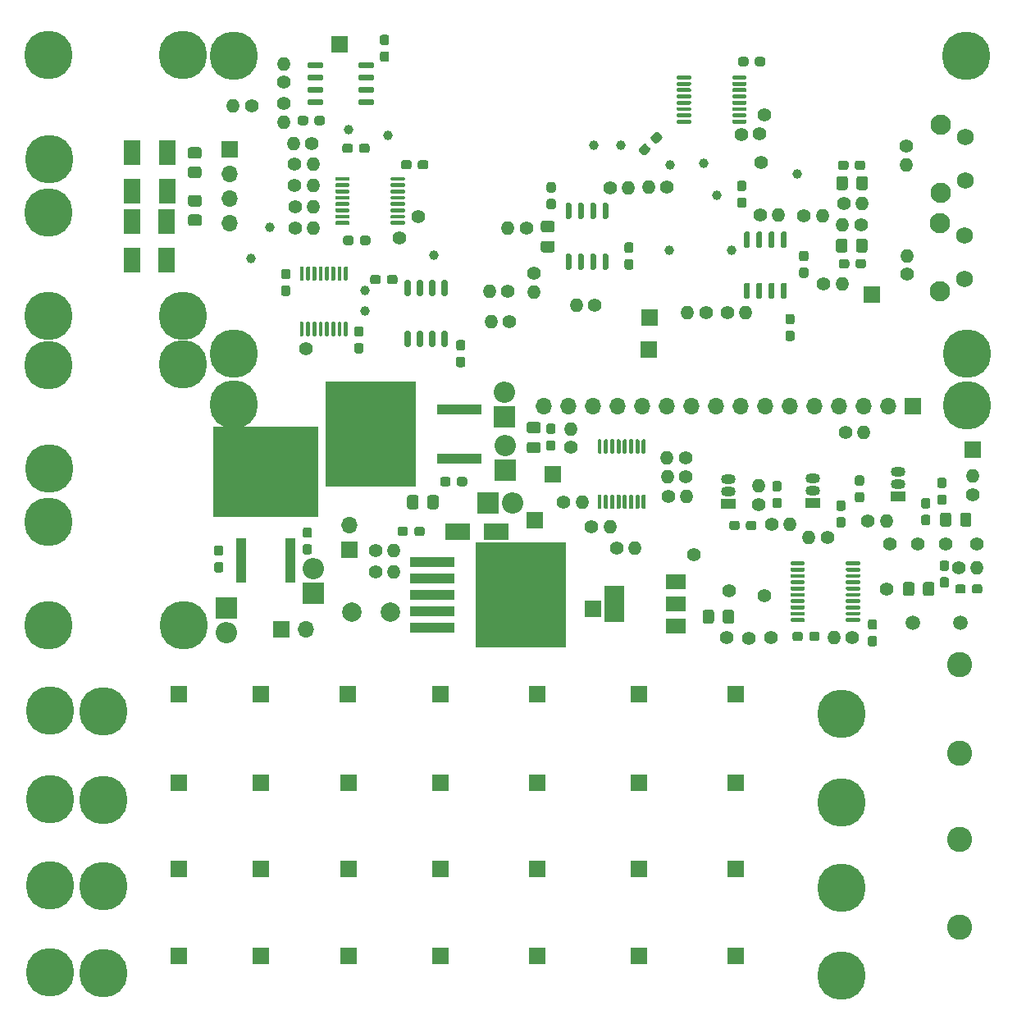
<source format=gbr>
%TF.GenerationSoftware,KiCad,Pcbnew,5.1.8-5.1.8*%
%TF.CreationDate,2022-01-30T02:40:23+08:00*%
%TF.ProjectId,lcr_2,6c63725f-322e-46b6-9963-61645f706362,rev?*%
%TF.SameCoordinates,Original*%
%TF.FileFunction,Soldermask,Top*%
%TF.FilePolarity,Negative*%
%FSLAX46Y46*%
G04 Gerber Fmt 4.6, Leading zero omitted, Abs format (unit mm)*
G04 Created by KiCad (PCBNEW 5.1.8-5.1.8) date 2022-01-30 02:40:23*
%MOMM*%
%LPD*%
G01*
G04 APERTURE LIST*
%ADD10C,5.000000*%
%ADD11C,1.400000*%
%ADD12R,1.700000X1.700000*%
%ADD13C,2.600000*%
%ADD14C,1.000000*%
%ADD15C,2.100000*%
%ADD16C,1.750000*%
%ADD17O,1.700000X1.700000*%
%ADD18C,1.500000*%
%ADD19R,2.000000X1.500000*%
%ADD20R,2.000000X3.800000*%
%ADD21O,1.400000X1.400000*%
%ADD22R,1.500000X1.050000*%
%ADD23O,1.500000X1.050000*%
%ADD24C,2.000000*%
%ADD25O,2.200000X2.200000*%
%ADD26R,2.200000X2.200000*%
%ADD27R,2.500000X1.800000*%
%ADD28R,10.800000X9.400000*%
%ADD29R,1.100000X4.600000*%
%ADD30R,9.400000X10.800000*%
%ADD31R,4.600000X1.100000*%
%ADD32R,1.800000X2.500000*%
G04 APERTURE END LIST*
D10*
%TO.C,REF\u002A\u002A*%
X80580000Y-101740000D03*
%TD*%
%TO.C,REF\u002A\u002A*%
X80580000Y-85520000D03*
%TD*%
%TO.C,REF\u002A\u002A*%
X80600000Y-96240000D03*
%TD*%
%TO.C,REF\u002A\u002A*%
X94470000Y-85490000D03*
%TD*%
%TO.C,REF\u002A\u002A*%
X94480000Y-112420000D03*
%TD*%
%TO.C,REF\u002A\u002A*%
X80560000Y-112420000D03*
%TD*%
%TO.C,REF\u002A\u002A*%
X94460000Y-53500000D03*
%TD*%
%TO.C,REF\u002A\u002A*%
X80570000Y-53530000D03*
%TD*%
%TO.C,REF\u002A\u002A*%
X94470000Y-80430000D03*
%TD*%
D11*
%TO.C,REF\u002A\u002A*%
X154150000Y-64640000D03*
%TD*%
D12*
%TO.C,J1*%
X142600000Y-80590000D03*
%TD*%
%TO.C,J2*%
X142560000Y-83970000D03*
%TD*%
D13*
%TO.C,REF\u002A\u002A*%
X174590000Y-116480000D03*
%TD*%
D10*
%TO.C,REF\u002A\u002A*%
X162400000Y-121490000D03*
%TD*%
D12*
%TO.C,REF\u002A\u002A*%
X93980000Y-119480000D03*
%TD*%
%TO.C,REF\u002A\u002A*%
X102480000Y-119480000D03*
%TD*%
%TO.C,REF\u002A\u002A*%
X120980000Y-119480000D03*
%TD*%
%TO.C,REF\u002A\u002A*%
X130980000Y-119480000D03*
%TD*%
%TO.C,REF\u002A\u002A*%
X111480000Y-119480000D03*
%TD*%
%TO.C,REF\u002A\u002A*%
X141480000Y-119480000D03*
%TD*%
D10*
%TO.C,REF\u002A\u002A*%
X86190000Y-121280000D03*
%TD*%
%TO.C,REF\u002A\u002A*%
X80720000Y-121210000D03*
%TD*%
D12*
%TO.C,REF\u002A\u002A*%
X151480000Y-119480000D03*
%TD*%
%TO.C,REF\u002A\u002A*%
X111510000Y-128620000D03*
%TD*%
D10*
%TO.C,REF\u002A\u002A*%
X86220000Y-130420000D03*
%TD*%
%TO.C,REF\u002A\u002A*%
X162430000Y-130630000D03*
%TD*%
D12*
%TO.C,REF\u002A\u002A*%
X131010000Y-128620000D03*
%TD*%
%TO.C,REF\u002A\u002A*%
X151510000Y-128620000D03*
%TD*%
%TO.C,REF\u002A\u002A*%
X102510000Y-128620000D03*
%TD*%
D13*
%TO.C,REF\u002A\u002A*%
X174620000Y-125620000D03*
%TD*%
D12*
%TO.C,REF\u002A\u002A*%
X94010000Y-128620000D03*
%TD*%
%TO.C,REF\u002A\u002A*%
X121010000Y-128620000D03*
%TD*%
%TO.C,REF\u002A\u002A*%
X141510000Y-128620000D03*
%TD*%
D10*
%TO.C,REF\u002A\u002A*%
X80750000Y-130350000D03*
%TD*%
D12*
%TO.C,REF\u002A\u002A*%
X151500000Y-137500000D03*
%TD*%
D13*
%TO.C,REF\u002A\u002A*%
X174610000Y-134500000D03*
%TD*%
D12*
%TO.C,REF\u002A\u002A*%
X94000000Y-137500000D03*
%TD*%
%TO.C,REF\u002A\u002A*%
X102500000Y-137500000D03*
%TD*%
%TO.C,REF\u002A\u002A*%
X121000000Y-137500000D03*
%TD*%
D10*
%TO.C,REF\u002A\u002A*%
X80740000Y-139230000D03*
%TD*%
D12*
%TO.C,REF\u002A\u002A*%
X111500000Y-137500000D03*
%TD*%
%TO.C,REF\u002A\u002A*%
X141500000Y-137500000D03*
%TD*%
D10*
%TO.C,REF\u002A\u002A*%
X86210000Y-139300000D03*
%TD*%
%TO.C,REF\u002A\u002A*%
X162420000Y-139510000D03*
%TD*%
D12*
%TO.C,REF\u002A\u002A*%
X131000000Y-137500000D03*
%TD*%
D10*
%TO.C,REF\u002A\u002A*%
X80590000Y-64250000D03*
%TD*%
%TO.C,REF\u002A\u002A*%
X80570000Y-69750000D03*
%TD*%
%TO.C,REF\u002A\u002A*%
X80550000Y-80430000D03*
%TD*%
%TO.C,REF\u002A\u002A*%
X86210000Y-148300000D03*
%TD*%
%TO.C,REF\u002A\u002A*%
X80740000Y-148230000D03*
%TD*%
D12*
%TO.C,REF\u002A\u002A*%
X151500000Y-146500000D03*
%TD*%
%TO.C,REF\u002A\u002A*%
X141500000Y-146500000D03*
%TD*%
%TO.C,REF\u002A\u002A*%
X131000000Y-146500000D03*
%TD*%
%TO.C,REF\u002A\u002A*%
X121000000Y-146500000D03*
%TD*%
%TO.C,REF\u002A\u002A*%
X111500000Y-146500000D03*
%TD*%
%TO.C,REF\u002A\u002A*%
X102500000Y-146500000D03*
%TD*%
%TO.C,REF\u002A\u002A*%
X94000000Y-146500000D03*
%TD*%
D13*
%TO.C,REF\u002A\u002A*%
X174610000Y-143500000D03*
%TD*%
D14*
%TO.C,REF\u002A\u002A*%
X157830000Y-65810000D03*
%TD*%
D12*
%TO.C,J3*%
X165580000Y-78270000D03*
%TD*%
D11*
%TO.C,REF\u002A\u002A*%
X154450000Y-59730000D03*
%TD*%
%TO.C,REF\u002A\u002A*%
X153980000Y-61660000D03*
%TD*%
%TO.C,REF\u002A\u002A*%
X152070000Y-61760000D03*
%TD*%
%TO.C,C38*%
G36*
G01*
X156863500Y-81975500D02*
X157338500Y-81975500D01*
G75*
G02*
X157576000Y-82213000I0J-237500D01*
G01*
X157576000Y-82813000D01*
G75*
G02*
X157338500Y-83050500I-237500J0D01*
G01*
X156863500Y-83050500D01*
G75*
G02*
X156626000Y-82813000I0J237500D01*
G01*
X156626000Y-82213000D01*
G75*
G02*
X156863500Y-81975500I237500J0D01*
G01*
G37*
G36*
G01*
X156863500Y-80250500D02*
X157338500Y-80250500D01*
G75*
G02*
X157576000Y-80488000I0J-237500D01*
G01*
X157576000Y-81088000D01*
G75*
G02*
X157338500Y-81325500I-237500J0D01*
G01*
X156863500Y-81325500D01*
G75*
G02*
X156626000Y-81088000I0J237500D01*
G01*
X156626000Y-80488000D01*
G75*
G02*
X156863500Y-80250500I237500J0D01*
G01*
G37*
%TD*%
%TO.C,C7*%
G36*
G01*
X112055000Y-72431500D02*
X112055000Y-72906500D01*
G75*
G02*
X111817500Y-73144000I-237500J0D01*
G01*
X111217500Y-73144000D01*
G75*
G02*
X110980000Y-72906500I0J237500D01*
G01*
X110980000Y-72431500D01*
G75*
G02*
X111217500Y-72194000I237500J0D01*
G01*
X111817500Y-72194000D01*
G75*
G02*
X112055000Y-72431500I0J-237500D01*
G01*
G37*
G36*
G01*
X113780000Y-72431500D02*
X113780000Y-72906500D01*
G75*
G02*
X113542500Y-73144000I-237500J0D01*
G01*
X112942500Y-73144000D01*
G75*
G02*
X112705000Y-72906500I0J237500D01*
G01*
X112705000Y-72431500D01*
G75*
G02*
X112942500Y-72194000I237500J0D01*
G01*
X113542500Y-72194000D01*
G75*
G02*
X113780000Y-72431500I0J-237500D01*
G01*
G37*
%TD*%
D14*
%TO.C,REF\u002A\u002A*%
X144661000Y-73645000D03*
%TD*%
%TO.C,REF\u002A\u002A*%
X151046000Y-73663000D03*
%TD*%
%TO.C,REF\u002A\u002A*%
X149576000Y-68042000D03*
%TD*%
%TO.C,REF\u002A\u002A*%
X148155000Y-64693000D03*
%TD*%
%TO.C,REF\u002A\u002A*%
X144710000Y-64898000D03*
%TD*%
%TO.C,REF\u002A\u002A*%
X139606000Y-62891000D03*
%TD*%
%TO.C,REF\u002A\u002A*%
X136830000Y-62869000D03*
%TD*%
%TO.C,C46*%
G36*
G01*
X163023500Y-72735000D02*
X163023500Y-73685000D01*
G75*
G02*
X162773500Y-73935000I-250000J0D01*
G01*
X162098500Y-73935000D01*
G75*
G02*
X161848500Y-73685000I0J250000D01*
G01*
X161848500Y-72735000D01*
G75*
G02*
X162098500Y-72485000I250000J0D01*
G01*
X162773500Y-72485000D01*
G75*
G02*
X163023500Y-72735000I0J-250000D01*
G01*
G37*
G36*
G01*
X165098500Y-72735000D02*
X165098500Y-73685000D01*
G75*
G02*
X164848500Y-73935000I-250000J0D01*
G01*
X164173500Y-73935000D01*
G75*
G02*
X163923500Y-73685000I0J250000D01*
G01*
X163923500Y-72735000D01*
G75*
G02*
X164173500Y-72485000I250000J0D01*
G01*
X164848500Y-72485000D01*
G75*
G02*
X165098500Y-72735000I0J-250000D01*
G01*
G37*
%TD*%
%TO.C,C44*%
G36*
G01*
X163225000Y-74839500D02*
X163225000Y-75314500D01*
G75*
G02*
X162987500Y-75552000I-237500J0D01*
G01*
X162387500Y-75552000D01*
G75*
G02*
X162150000Y-75314500I0J237500D01*
G01*
X162150000Y-74839500D01*
G75*
G02*
X162387500Y-74602000I237500J0D01*
G01*
X162987500Y-74602000D01*
G75*
G02*
X163225000Y-74839500I0J-237500D01*
G01*
G37*
G36*
G01*
X164950000Y-74839500D02*
X164950000Y-75314500D01*
G75*
G02*
X164712500Y-75552000I-237500J0D01*
G01*
X164112500Y-75552000D01*
G75*
G02*
X163875000Y-75314500I0J237500D01*
G01*
X163875000Y-74839500D01*
G75*
G02*
X164112500Y-74602000I237500J0D01*
G01*
X164712500Y-74602000D01*
G75*
G02*
X164950000Y-74839500I0J-237500D01*
G01*
G37*
%TD*%
%TO.C,REF\u002A\u002A*%
X101482000Y-74525000D03*
%TD*%
%TO.C,REF\u002A\u002A*%
X103378000Y-71294000D03*
%TD*%
%TO.C,REF\u002A\u002A*%
X111504000Y-61266000D03*
%TD*%
%TO.C,REF\u002A\u002A*%
X115636000Y-61809000D03*
%TD*%
%TO.C,REF\u002A\u002A*%
X113252000Y-79926000D03*
%TD*%
%TO.C,REF\u002A\u002A*%
X113243000Y-77834000D03*
%TD*%
%TO.C,REF\u002A\u002A*%
X120370000Y-74192000D03*
%TD*%
D15*
%TO.C,SW2*%
X172692000Y-60769000D03*
D16*
X175182000Y-62019000D03*
X175182000Y-66519000D03*
D15*
X172692000Y-67779000D03*
%TD*%
%TO.C,SW1*%
X172593000Y-70883000D03*
D16*
X175083000Y-72133000D03*
X175083000Y-76633000D03*
D15*
X172593000Y-77893000D03*
%TD*%
D11*
%TO.C,REF\u002A\u002A*%
X107153000Y-83863000D03*
%TD*%
%TO.C,REF\u002A\u002A*%
X118693000Y-70175000D03*
%TD*%
%TO.C,REF\u002A\u002A*%
X116780000Y-72379000D03*
%TD*%
D12*
%TO.C,J7*%
X110640000Y-52408000D03*
%TD*%
D17*
%TO.C,REF\u002A\u002A*%
X99224000Y-70929000D03*
X99224000Y-68389000D03*
X99224000Y-65849000D03*
D12*
X99224000Y-63309000D03*
%TD*%
D10*
%TO.C,REF\u002A\u002A*%
X175345000Y-89656000D03*
%TD*%
%TO.C,REF\u002A\u002A*%
X99663000Y-89619000D03*
%TD*%
%TO.C,REF\u002A\u002A*%
X99694000Y-84356000D03*
%TD*%
%TO.C,REF\u002A\u002A*%
X175344000Y-84322000D03*
%TD*%
%TO.C,REF\u002A\u002A*%
X175297000Y-53647000D03*
%TD*%
%TO.C,REF\u002A\u002A*%
X99695000Y-53659000D03*
%TD*%
%TO.C,REF\u002A\u002A*%
X162420000Y-148510000D03*
%TD*%
D13*
%TO.C,REF\u002A\u002A*%
X129121000Y-109017000D03*
%TD*%
D11*
%TO.C,REF\u002A\u002A*%
X176352000Y-104019000D03*
%TD*%
%TO.C,REF\u002A\u002A*%
X173201000Y-104001000D03*
%TD*%
%TO.C,REF\u002A\u002A*%
X170316000Y-103985000D03*
%TD*%
%TO.C,REF\u002A\u002A*%
X167447000Y-103985000D03*
%TD*%
%TO.C,REF\u002A\u002A*%
X150830000Y-108790000D03*
%TD*%
%TO.C,REF\u002A\u002A*%
X147144000Y-105098000D03*
%TD*%
%TO.C,REF\u002A\u002A*%
X167084000Y-108634000D03*
%TD*%
%TO.C,REF\u002A\u002A*%
X154450000Y-109331000D03*
%TD*%
%TO.C,REF\u002A\u002A*%
X150555000Y-113691000D03*
%TD*%
%TO.C,REF\u002A\u002A*%
X152885000Y-113712000D03*
%TD*%
%TO.C,REF\u002A\u002A*%
X155162000Y-113683000D03*
%TD*%
%TO.C,C35*%
G36*
G01*
X170838000Y-109113000D02*
X170838000Y-108163000D01*
G75*
G02*
X171088000Y-107913000I250000J0D01*
G01*
X171763000Y-107913000D01*
G75*
G02*
X172013000Y-108163000I0J-250000D01*
G01*
X172013000Y-109113000D01*
G75*
G02*
X171763000Y-109363000I-250000J0D01*
G01*
X171088000Y-109363000D01*
G75*
G02*
X170838000Y-109113000I0J250000D01*
G01*
G37*
G36*
G01*
X168763000Y-109113000D02*
X168763000Y-108163000D01*
G75*
G02*
X169013000Y-107913000I250000J0D01*
G01*
X169688000Y-107913000D01*
G75*
G02*
X169938000Y-108163000I0J-250000D01*
G01*
X169938000Y-109113000D01*
G75*
G02*
X169688000Y-109363000I-250000J0D01*
G01*
X169013000Y-109363000D01*
G75*
G02*
X168763000Y-109113000I0J250000D01*
G01*
G37*
%TD*%
D12*
%TO.C,J7*%
X175945000Y-94237000D03*
%TD*%
D17*
%TO.C,DS1*%
X131660000Y-89750000D03*
X134200000Y-89750000D03*
X136740000Y-89750000D03*
X139280000Y-89750000D03*
X141820000Y-89750000D03*
X144360000Y-89750000D03*
X146900000Y-89750000D03*
X149440000Y-89750000D03*
X151980000Y-89750000D03*
X154520000Y-89750000D03*
X157060000Y-89750000D03*
X159600000Y-89750000D03*
X162140000Y-89750000D03*
X164680000Y-89750000D03*
X167220000Y-89750000D03*
D12*
X169760000Y-89750000D03*
%TD*%
%TO.C,J2*%
X130755000Y-101511000D03*
%TD*%
%TO.C,J1*%
X132641000Y-96771000D03*
%TD*%
D18*
%TO.C,Y1*%
X169797000Y-112136000D03*
X174677000Y-112136000D03*
%TD*%
%TO.C,U12*%
G36*
G01*
X158626000Y-111738000D02*
X158626000Y-111938000D01*
G75*
G02*
X158526000Y-112038000I-100000J0D01*
G01*
X157251000Y-112038000D01*
G75*
G02*
X157151000Y-111938000I0J100000D01*
G01*
X157151000Y-111738000D01*
G75*
G02*
X157251000Y-111638000I100000J0D01*
G01*
X158526000Y-111638000D01*
G75*
G02*
X158626000Y-111738000I0J-100000D01*
G01*
G37*
G36*
G01*
X158626000Y-111088000D02*
X158626000Y-111288000D01*
G75*
G02*
X158526000Y-111388000I-100000J0D01*
G01*
X157251000Y-111388000D01*
G75*
G02*
X157151000Y-111288000I0J100000D01*
G01*
X157151000Y-111088000D01*
G75*
G02*
X157251000Y-110988000I100000J0D01*
G01*
X158526000Y-110988000D01*
G75*
G02*
X158626000Y-111088000I0J-100000D01*
G01*
G37*
G36*
G01*
X158626000Y-110438000D02*
X158626000Y-110638000D01*
G75*
G02*
X158526000Y-110738000I-100000J0D01*
G01*
X157251000Y-110738000D01*
G75*
G02*
X157151000Y-110638000I0J100000D01*
G01*
X157151000Y-110438000D01*
G75*
G02*
X157251000Y-110338000I100000J0D01*
G01*
X158526000Y-110338000D01*
G75*
G02*
X158626000Y-110438000I0J-100000D01*
G01*
G37*
G36*
G01*
X158626000Y-109788000D02*
X158626000Y-109988000D01*
G75*
G02*
X158526000Y-110088000I-100000J0D01*
G01*
X157251000Y-110088000D01*
G75*
G02*
X157151000Y-109988000I0J100000D01*
G01*
X157151000Y-109788000D01*
G75*
G02*
X157251000Y-109688000I100000J0D01*
G01*
X158526000Y-109688000D01*
G75*
G02*
X158626000Y-109788000I0J-100000D01*
G01*
G37*
G36*
G01*
X158626000Y-109138000D02*
X158626000Y-109338000D01*
G75*
G02*
X158526000Y-109438000I-100000J0D01*
G01*
X157251000Y-109438000D01*
G75*
G02*
X157151000Y-109338000I0J100000D01*
G01*
X157151000Y-109138000D01*
G75*
G02*
X157251000Y-109038000I100000J0D01*
G01*
X158526000Y-109038000D01*
G75*
G02*
X158626000Y-109138000I0J-100000D01*
G01*
G37*
G36*
G01*
X158626000Y-108488000D02*
X158626000Y-108688000D01*
G75*
G02*
X158526000Y-108788000I-100000J0D01*
G01*
X157251000Y-108788000D01*
G75*
G02*
X157151000Y-108688000I0J100000D01*
G01*
X157151000Y-108488000D01*
G75*
G02*
X157251000Y-108388000I100000J0D01*
G01*
X158526000Y-108388000D01*
G75*
G02*
X158626000Y-108488000I0J-100000D01*
G01*
G37*
G36*
G01*
X158626000Y-107838000D02*
X158626000Y-108038000D01*
G75*
G02*
X158526000Y-108138000I-100000J0D01*
G01*
X157251000Y-108138000D01*
G75*
G02*
X157151000Y-108038000I0J100000D01*
G01*
X157151000Y-107838000D01*
G75*
G02*
X157251000Y-107738000I100000J0D01*
G01*
X158526000Y-107738000D01*
G75*
G02*
X158626000Y-107838000I0J-100000D01*
G01*
G37*
G36*
G01*
X158626000Y-107188000D02*
X158626000Y-107388000D01*
G75*
G02*
X158526000Y-107488000I-100000J0D01*
G01*
X157251000Y-107488000D01*
G75*
G02*
X157151000Y-107388000I0J100000D01*
G01*
X157151000Y-107188000D01*
G75*
G02*
X157251000Y-107088000I100000J0D01*
G01*
X158526000Y-107088000D01*
G75*
G02*
X158626000Y-107188000I0J-100000D01*
G01*
G37*
G36*
G01*
X158626000Y-106538000D02*
X158626000Y-106738000D01*
G75*
G02*
X158526000Y-106838000I-100000J0D01*
G01*
X157251000Y-106838000D01*
G75*
G02*
X157151000Y-106738000I0J100000D01*
G01*
X157151000Y-106538000D01*
G75*
G02*
X157251000Y-106438000I100000J0D01*
G01*
X158526000Y-106438000D01*
G75*
G02*
X158626000Y-106538000I0J-100000D01*
G01*
G37*
G36*
G01*
X158626000Y-105888000D02*
X158626000Y-106088000D01*
G75*
G02*
X158526000Y-106188000I-100000J0D01*
G01*
X157251000Y-106188000D01*
G75*
G02*
X157151000Y-106088000I0J100000D01*
G01*
X157151000Y-105888000D01*
G75*
G02*
X157251000Y-105788000I100000J0D01*
G01*
X158526000Y-105788000D01*
G75*
G02*
X158626000Y-105888000I0J-100000D01*
G01*
G37*
G36*
G01*
X164351000Y-105888000D02*
X164351000Y-106088000D01*
G75*
G02*
X164251000Y-106188000I-100000J0D01*
G01*
X162976000Y-106188000D01*
G75*
G02*
X162876000Y-106088000I0J100000D01*
G01*
X162876000Y-105888000D01*
G75*
G02*
X162976000Y-105788000I100000J0D01*
G01*
X164251000Y-105788000D01*
G75*
G02*
X164351000Y-105888000I0J-100000D01*
G01*
G37*
G36*
G01*
X164351000Y-106538000D02*
X164351000Y-106738000D01*
G75*
G02*
X164251000Y-106838000I-100000J0D01*
G01*
X162976000Y-106838000D01*
G75*
G02*
X162876000Y-106738000I0J100000D01*
G01*
X162876000Y-106538000D01*
G75*
G02*
X162976000Y-106438000I100000J0D01*
G01*
X164251000Y-106438000D01*
G75*
G02*
X164351000Y-106538000I0J-100000D01*
G01*
G37*
G36*
G01*
X164351000Y-107188000D02*
X164351000Y-107388000D01*
G75*
G02*
X164251000Y-107488000I-100000J0D01*
G01*
X162976000Y-107488000D01*
G75*
G02*
X162876000Y-107388000I0J100000D01*
G01*
X162876000Y-107188000D01*
G75*
G02*
X162976000Y-107088000I100000J0D01*
G01*
X164251000Y-107088000D01*
G75*
G02*
X164351000Y-107188000I0J-100000D01*
G01*
G37*
G36*
G01*
X164351000Y-107838000D02*
X164351000Y-108038000D01*
G75*
G02*
X164251000Y-108138000I-100000J0D01*
G01*
X162976000Y-108138000D01*
G75*
G02*
X162876000Y-108038000I0J100000D01*
G01*
X162876000Y-107838000D01*
G75*
G02*
X162976000Y-107738000I100000J0D01*
G01*
X164251000Y-107738000D01*
G75*
G02*
X164351000Y-107838000I0J-100000D01*
G01*
G37*
G36*
G01*
X164351000Y-108488000D02*
X164351000Y-108688000D01*
G75*
G02*
X164251000Y-108788000I-100000J0D01*
G01*
X162976000Y-108788000D01*
G75*
G02*
X162876000Y-108688000I0J100000D01*
G01*
X162876000Y-108488000D01*
G75*
G02*
X162976000Y-108388000I100000J0D01*
G01*
X164251000Y-108388000D01*
G75*
G02*
X164351000Y-108488000I0J-100000D01*
G01*
G37*
G36*
G01*
X164351000Y-109138000D02*
X164351000Y-109338000D01*
G75*
G02*
X164251000Y-109438000I-100000J0D01*
G01*
X162976000Y-109438000D01*
G75*
G02*
X162876000Y-109338000I0J100000D01*
G01*
X162876000Y-109138000D01*
G75*
G02*
X162976000Y-109038000I100000J0D01*
G01*
X164251000Y-109038000D01*
G75*
G02*
X164351000Y-109138000I0J-100000D01*
G01*
G37*
G36*
G01*
X164351000Y-109788000D02*
X164351000Y-109988000D01*
G75*
G02*
X164251000Y-110088000I-100000J0D01*
G01*
X162976000Y-110088000D01*
G75*
G02*
X162876000Y-109988000I0J100000D01*
G01*
X162876000Y-109788000D01*
G75*
G02*
X162976000Y-109688000I100000J0D01*
G01*
X164251000Y-109688000D01*
G75*
G02*
X164351000Y-109788000I0J-100000D01*
G01*
G37*
G36*
G01*
X164351000Y-110438000D02*
X164351000Y-110638000D01*
G75*
G02*
X164251000Y-110738000I-100000J0D01*
G01*
X162976000Y-110738000D01*
G75*
G02*
X162876000Y-110638000I0J100000D01*
G01*
X162876000Y-110438000D01*
G75*
G02*
X162976000Y-110338000I100000J0D01*
G01*
X164251000Y-110338000D01*
G75*
G02*
X164351000Y-110438000I0J-100000D01*
G01*
G37*
G36*
G01*
X164351000Y-111088000D02*
X164351000Y-111288000D01*
G75*
G02*
X164251000Y-111388000I-100000J0D01*
G01*
X162976000Y-111388000D01*
G75*
G02*
X162876000Y-111288000I0J100000D01*
G01*
X162876000Y-111088000D01*
G75*
G02*
X162976000Y-110988000I100000J0D01*
G01*
X164251000Y-110988000D01*
G75*
G02*
X164351000Y-111088000I0J-100000D01*
G01*
G37*
G36*
G01*
X164351000Y-111738000D02*
X164351000Y-111938000D01*
G75*
G02*
X164251000Y-112038000I-100000J0D01*
G01*
X162976000Y-112038000D01*
G75*
G02*
X162876000Y-111938000I0J100000D01*
G01*
X162876000Y-111738000D01*
G75*
G02*
X162976000Y-111638000I100000J0D01*
G01*
X164251000Y-111638000D01*
G75*
G02*
X164351000Y-111738000I0J-100000D01*
G01*
G37*
%TD*%
%TO.C,U11*%
G36*
G01*
X141900000Y-98919000D02*
X142100000Y-98919000D01*
G75*
G02*
X142200000Y-99019000I0J-100000D01*
G01*
X142200000Y-100294000D01*
G75*
G02*
X142100000Y-100394000I-100000J0D01*
G01*
X141900000Y-100394000D01*
G75*
G02*
X141800000Y-100294000I0J100000D01*
G01*
X141800000Y-99019000D01*
G75*
G02*
X141900000Y-98919000I100000J0D01*
G01*
G37*
G36*
G01*
X141250000Y-98919000D02*
X141450000Y-98919000D01*
G75*
G02*
X141550000Y-99019000I0J-100000D01*
G01*
X141550000Y-100294000D01*
G75*
G02*
X141450000Y-100394000I-100000J0D01*
G01*
X141250000Y-100394000D01*
G75*
G02*
X141150000Y-100294000I0J100000D01*
G01*
X141150000Y-99019000D01*
G75*
G02*
X141250000Y-98919000I100000J0D01*
G01*
G37*
G36*
G01*
X140600000Y-98919000D02*
X140800000Y-98919000D01*
G75*
G02*
X140900000Y-99019000I0J-100000D01*
G01*
X140900000Y-100294000D01*
G75*
G02*
X140800000Y-100394000I-100000J0D01*
G01*
X140600000Y-100394000D01*
G75*
G02*
X140500000Y-100294000I0J100000D01*
G01*
X140500000Y-99019000D01*
G75*
G02*
X140600000Y-98919000I100000J0D01*
G01*
G37*
G36*
G01*
X139950000Y-98919000D02*
X140150000Y-98919000D01*
G75*
G02*
X140250000Y-99019000I0J-100000D01*
G01*
X140250000Y-100294000D01*
G75*
G02*
X140150000Y-100394000I-100000J0D01*
G01*
X139950000Y-100394000D01*
G75*
G02*
X139850000Y-100294000I0J100000D01*
G01*
X139850000Y-99019000D01*
G75*
G02*
X139950000Y-98919000I100000J0D01*
G01*
G37*
G36*
G01*
X139300000Y-98919000D02*
X139500000Y-98919000D01*
G75*
G02*
X139600000Y-99019000I0J-100000D01*
G01*
X139600000Y-100294000D01*
G75*
G02*
X139500000Y-100394000I-100000J0D01*
G01*
X139300000Y-100394000D01*
G75*
G02*
X139200000Y-100294000I0J100000D01*
G01*
X139200000Y-99019000D01*
G75*
G02*
X139300000Y-98919000I100000J0D01*
G01*
G37*
G36*
G01*
X138650000Y-98919000D02*
X138850000Y-98919000D01*
G75*
G02*
X138950000Y-99019000I0J-100000D01*
G01*
X138950000Y-100294000D01*
G75*
G02*
X138850000Y-100394000I-100000J0D01*
G01*
X138650000Y-100394000D01*
G75*
G02*
X138550000Y-100294000I0J100000D01*
G01*
X138550000Y-99019000D01*
G75*
G02*
X138650000Y-98919000I100000J0D01*
G01*
G37*
G36*
G01*
X138000000Y-98919000D02*
X138200000Y-98919000D01*
G75*
G02*
X138300000Y-99019000I0J-100000D01*
G01*
X138300000Y-100294000D01*
G75*
G02*
X138200000Y-100394000I-100000J0D01*
G01*
X138000000Y-100394000D01*
G75*
G02*
X137900000Y-100294000I0J100000D01*
G01*
X137900000Y-99019000D01*
G75*
G02*
X138000000Y-98919000I100000J0D01*
G01*
G37*
G36*
G01*
X137350000Y-98919000D02*
X137550000Y-98919000D01*
G75*
G02*
X137650000Y-99019000I0J-100000D01*
G01*
X137650000Y-100294000D01*
G75*
G02*
X137550000Y-100394000I-100000J0D01*
G01*
X137350000Y-100394000D01*
G75*
G02*
X137250000Y-100294000I0J100000D01*
G01*
X137250000Y-99019000D01*
G75*
G02*
X137350000Y-98919000I100000J0D01*
G01*
G37*
G36*
G01*
X137350000Y-93194000D02*
X137550000Y-93194000D01*
G75*
G02*
X137650000Y-93294000I0J-100000D01*
G01*
X137650000Y-94569000D01*
G75*
G02*
X137550000Y-94669000I-100000J0D01*
G01*
X137350000Y-94669000D01*
G75*
G02*
X137250000Y-94569000I0J100000D01*
G01*
X137250000Y-93294000D01*
G75*
G02*
X137350000Y-93194000I100000J0D01*
G01*
G37*
G36*
G01*
X138000000Y-93194000D02*
X138200000Y-93194000D01*
G75*
G02*
X138300000Y-93294000I0J-100000D01*
G01*
X138300000Y-94569000D01*
G75*
G02*
X138200000Y-94669000I-100000J0D01*
G01*
X138000000Y-94669000D01*
G75*
G02*
X137900000Y-94569000I0J100000D01*
G01*
X137900000Y-93294000D01*
G75*
G02*
X138000000Y-93194000I100000J0D01*
G01*
G37*
G36*
G01*
X138650000Y-93194000D02*
X138850000Y-93194000D01*
G75*
G02*
X138950000Y-93294000I0J-100000D01*
G01*
X138950000Y-94569000D01*
G75*
G02*
X138850000Y-94669000I-100000J0D01*
G01*
X138650000Y-94669000D01*
G75*
G02*
X138550000Y-94569000I0J100000D01*
G01*
X138550000Y-93294000D01*
G75*
G02*
X138650000Y-93194000I100000J0D01*
G01*
G37*
G36*
G01*
X139300000Y-93194000D02*
X139500000Y-93194000D01*
G75*
G02*
X139600000Y-93294000I0J-100000D01*
G01*
X139600000Y-94569000D01*
G75*
G02*
X139500000Y-94669000I-100000J0D01*
G01*
X139300000Y-94669000D01*
G75*
G02*
X139200000Y-94569000I0J100000D01*
G01*
X139200000Y-93294000D01*
G75*
G02*
X139300000Y-93194000I100000J0D01*
G01*
G37*
G36*
G01*
X139950000Y-93194000D02*
X140150000Y-93194000D01*
G75*
G02*
X140250000Y-93294000I0J-100000D01*
G01*
X140250000Y-94569000D01*
G75*
G02*
X140150000Y-94669000I-100000J0D01*
G01*
X139950000Y-94669000D01*
G75*
G02*
X139850000Y-94569000I0J100000D01*
G01*
X139850000Y-93294000D01*
G75*
G02*
X139950000Y-93194000I100000J0D01*
G01*
G37*
G36*
G01*
X140600000Y-93194000D02*
X140800000Y-93194000D01*
G75*
G02*
X140900000Y-93294000I0J-100000D01*
G01*
X140900000Y-94569000D01*
G75*
G02*
X140800000Y-94669000I-100000J0D01*
G01*
X140600000Y-94669000D01*
G75*
G02*
X140500000Y-94569000I0J100000D01*
G01*
X140500000Y-93294000D01*
G75*
G02*
X140600000Y-93194000I100000J0D01*
G01*
G37*
G36*
G01*
X141250000Y-93194000D02*
X141450000Y-93194000D01*
G75*
G02*
X141550000Y-93294000I0J-100000D01*
G01*
X141550000Y-94569000D01*
G75*
G02*
X141450000Y-94669000I-100000J0D01*
G01*
X141250000Y-94669000D01*
G75*
G02*
X141150000Y-94569000I0J100000D01*
G01*
X141150000Y-93294000D01*
G75*
G02*
X141250000Y-93194000I100000J0D01*
G01*
G37*
G36*
G01*
X141900000Y-93194000D02*
X142100000Y-93194000D01*
G75*
G02*
X142200000Y-93294000I0J-100000D01*
G01*
X142200000Y-94569000D01*
G75*
G02*
X142100000Y-94669000I-100000J0D01*
G01*
X141900000Y-94669000D01*
G75*
G02*
X141800000Y-94569000I0J100000D01*
G01*
X141800000Y-93294000D01*
G75*
G02*
X141900000Y-93194000I100000J0D01*
G01*
G37*
%TD*%
%TO.C,U10*%
G36*
G01*
X152810000Y-73431000D02*
X152510000Y-73431000D01*
G75*
G02*
X152360000Y-73281000I0J150000D01*
G01*
X152360000Y-71931000D01*
G75*
G02*
X152510000Y-71781000I150000J0D01*
G01*
X152810000Y-71781000D01*
G75*
G02*
X152960000Y-71931000I0J-150000D01*
G01*
X152960000Y-73281000D01*
G75*
G02*
X152810000Y-73431000I-150000J0D01*
G01*
G37*
G36*
G01*
X154080000Y-73431000D02*
X153780000Y-73431000D01*
G75*
G02*
X153630000Y-73281000I0J150000D01*
G01*
X153630000Y-71931000D01*
G75*
G02*
X153780000Y-71781000I150000J0D01*
G01*
X154080000Y-71781000D01*
G75*
G02*
X154230000Y-71931000I0J-150000D01*
G01*
X154230000Y-73281000D01*
G75*
G02*
X154080000Y-73431000I-150000J0D01*
G01*
G37*
G36*
G01*
X155350000Y-73431000D02*
X155050000Y-73431000D01*
G75*
G02*
X154900000Y-73281000I0J150000D01*
G01*
X154900000Y-71931000D01*
G75*
G02*
X155050000Y-71781000I150000J0D01*
G01*
X155350000Y-71781000D01*
G75*
G02*
X155500000Y-71931000I0J-150000D01*
G01*
X155500000Y-73281000D01*
G75*
G02*
X155350000Y-73431000I-150000J0D01*
G01*
G37*
G36*
G01*
X156620000Y-73431000D02*
X156320000Y-73431000D01*
G75*
G02*
X156170000Y-73281000I0J150000D01*
G01*
X156170000Y-71931000D01*
G75*
G02*
X156320000Y-71781000I150000J0D01*
G01*
X156620000Y-71781000D01*
G75*
G02*
X156770000Y-71931000I0J-150000D01*
G01*
X156770000Y-73281000D01*
G75*
G02*
X156620000Y-73431000I-150000J0D01*
G01*
G37*
G36*
G01*
X156620000Y-78681000D02*
X156320000Y-78681000D01*
G75*
G02*
X156170000Y-78531000I0J150000D01*
G01*
X156170000Y-77181000D01*
G75*
G02*
X156320000Y-77031000I150000J0D01*
G01*
X156620000Y-77031000D01*
G75*
G02*
X156770000Y-77181000I0J-150000D01*
G01*
X156770000Y-78531000D01*
G75*
G02*
X156620000Y-78681000I-150000J0D01*
G01*
G37*
G36*
G01*
X155350000Y-78681000D02*
X155050000Y-78681000D01*
G75*
G02*
X154900000Y-78531000I0J150000D01*
G01*
X154900000Y-77181000D01*
G75*
G02*
X155050000Y-77031000I150000J0D01*
G01*
X155350000Y-77031000D01*
G75*
G02*
X155500000Y-77181000I0J-150000D01*
G01*
X155500000Y-78531000D01*
G75*
G02*
X155350000Y-78681000I-150000J0D01*
G01*
G37*
G36*
G01*
X154080000Y-78681000D02*
X153780000Y-78681000D01*
G75*
G02*
X153630000Y-78531000I0J150000D01*
G01*
X153630000Y-77181000D01*
G75*
G02*
X153780000Y-77031000I150000J0D01*
G01*
X154080000Y-77031000D01*
G75*
G02*
X154230000Y-77181000I0J-150000D01*
G01*
X154230000Y-78531000D01*
G75*
G02*
X154080000Y-78681000I-150000J0D01*
G01*
G37*
G36*
G01*
X152810000Y-78681000D02*
X152510000Y-78681000D01*
G75*
G02*
X152360000Y-78531000I0J150000D01*
G01*
X152360000Y-77181000D01*
G75*
G02*
X152510000Y-77031000I150000J0D01*
G01*
X152810000Y-77031000D01*
G75*
G02*
X152960000Y-77181000I0J-150000D01*
G01*
X152960000Y-78531000D01*
G75*
G02*
X152810000Y-78681000I-150000J0D01*
G01*
G37*
%TD*%
%TO.C,U9*%
G36*
G01*
X151138000Y-55964000D02*
X151138000Y-55764000D01*
G75*
G02*
X151238000Y-55664000I100000J0D01*
G01*
X152513000Y-55664000D01*
G75*
G02*
X152613000Y-55764000I0J-100000D01*
G01*
X152613000Y-55964000D01*
G75*
G02*
X152513000Y-56064000I-100000J0D01*
G01*
X151238000Y-56064000D01*
G75*
G02*
X151138000Y-55964000I0J100000D01*
G01*
G37*
G36*
G01*
X151138000Y-56614000D02*
X151138000Y-56414000D01*
G75*
G02*
X151238000Y-56314000I100000J0D01*
G01*
X152513000Y-56314000D01*
G75*
G02*
X152613000Y-56414000I0J-100000D01*
G01*
X152613000Y-56614000D01*
G75*
G02*
X152513000Y-56714000I-100000J0D01*
G01*
X151238000Y-56714000D01*
G75*
G02*
X151138000Y-56614000I0J100000D01*
G01*
G37*
G36*
G01*
X151138000Y-57264000D02*
X151138000Y-57064000D01*
G75*
G02*
X151238000Y-56964000I100000J0D01*
G01*
X152513000Y-56964000D01*
G75*
G02*
X152613000Y-57064000I0J-100000D01*
G01*
X152613000Y-57264000D01*
G75*
G02*
X152513000Y-57364000I-100000J0D01*
G01*
X151238000Y-57364000D01*
G75*
G02*
X151138000Y-57264000I0J100000D01*
G01*
G37*
G36*
G01*
X151138000Y-57914000D02*
X151138000Y-57714000D01*
G75*
G02*
X151238000Y-57614000I100000J0D01*
G01*
X152513000Y-57614000D01*
G75*
G02*
X152613000Y-57714000I0J-100000D01*
G01*
X152613000Y-57914000D01*
G75*
G02*
X152513000Y-58014000I-100000J0D01*
G01*
X151238000Y-58014000D01*
G75*
G02*
X151138000Y-57914000I0J100000D01*
G01*
G37*
G36*
G01*
X151138000Y-58564000D02*
X151138000Y-58364000D01*
G75*
G02*
X151238000Y-58264000I100000J0D01*
G01*
X152513000Y-58264000D01*
G75*
G02*
X152613000Y-58364000I0J-100000D01*
G01*
X152613000Y-58564000D01*
G75*
G02*
X152513000Y-58664000I-100000J0D01*
G01*
X151238000Y-58664000D01*
G75*
G02*
X151138000Y-58564000I0J100000D01*
G01*
G37*
G36*
G01*
X151138000Y-59214000D02*
X151138000Y-59014000D01*
G75*
G02*
X151238000Y-58914000I100000J0D01*
G01*
X152513000Y-58914000D01*
G75*
G02*
X152613000Y-59014000I0J-100000D01*
G01*
X152613000Y-59214000D01*
G75*
G02*
X152513000Y-59314000I-100000J0D01*
G01*
X151238000Y-59314000D01*
G75*
G02*
X151138000Y-59214000I0J100000D01*
G01*
G37*
G36*
G01*
X151138000Y-59864000D02*
X151138000Y-59664000D01*
G75*
G02*
X151238000Y-59564000I100000J0D01*
G01*
X152513000Y-59564000D01*
G75*
G02*
X152613000Y-59664000I0J-100000D01*
G01*
X152613000Y-59864000D01*
G75*
G02*
X152513000Y-59964000I-100000J0D01*
G01*
X151238000Y-59964000D01*
G75*
G02*
X151138000Y-59864000I0J100000D01*
G01*
G37*
G36*
G01*
X151138000Y-60514000D02*
X151138000Y-60314000D01*
G75*
G02*
X151238000Y-60214000I100000J0D01*
G01*
X152513000Y-60214000D01*
G75*
G02*
X152613000Y-60314000I0J-100000D01*
G01*
X152613000Y-60514000D01*
G75*
G02*
X152513000Y-60614000I-100000J0D01*
G01*
X151238000Y-60614000D01*
G75*
G02*
X151138000Y-60514000I0J100000D01*
G01*
G37*
G36*
G01*
X145413000Y-60514000D02*
X145413000Y-60314000D01*
G75*
G02*
X145513000Y-60214000I100000J0D01*
G01*
X146788000Y-60214000D01*
G75*
G02*
X146888000Y-60314000I0J-100000D01*
G01*
X146888000Y-60514000D01*
G75*
G02*
X146788000Y-60614000I-100000J0D01*
G01*
X145513000Y-60614000D01*
G75*
G02*
X145413000Y-60514000I0J100000D01*
G01*
G37*
G36*
G01*
X145413000Y-59864000D02*
X145413000Y-59664000D01*
G75*
G02*
X145513000Y-59564000I100000J0D01*
G01*
X146788000Y-59564000D01*
G75*
G02*
X146888000Y-59664000I0J-100000D01*
G01*
X146888000Y-59864000D01*
G75*
G02*
X146788000Y-59964000I-100000J0D01*
G01*
X145513000Y-59964000D01*
G75*
G02*
X145413000Y-59864000I0J100000D01*
G01*
G37*
G36*
G01*
X145413000Y-59214000D02*
X145413000Y-59014000D01*
G75*
G02*
X145513000Y-58914000I100000J0D01*
G01*
X146788000Y-58914000D01*
G75*
G02*
X146888000Y-59014000I0J-100000D01*
G01*
X146888000Y-59214000D01*
G75*
G02*
X146788000Y-59314000I-100000J0D01*
G01*
X145513000Y-59314000D01*
G75*
G02*
X145413000Y-59214000I0J100000D01*
G01*
G37*
G36*
G01*
X145413000Y-58564000D02*
X145413000Y-58364000D01*
G75*
G02*
X145513000Y-58264000I100000J0D01*
G01*
X146788000Y-58264000D01*
G75*
G02*
X146888000Y-58364000I0J-100000D01*
G01*
X146888000Y-58564000D01*
G75*
G02*
X146788000Y-58664000I-100000J0D01*
G01*
X145513000Y-58664000D01*
G75*
G02*
X145413000Y-58564000I0J100000D01*
G01*
G37*
G36*
G01*
X145413000Y-57914000D02*
X145413000Y-57714000D01*
G75*
G02*
X145513000Y-57614000I100000J0D01*
G01*
X146788000Y-57614000D01*
G75*
G02*
X146888000Y-57714000I0J-100000D01*
G01*
X146888000Y-57914000D01*
G75*
G02*
X146788000Y-58014000I-100000J0D01*
G01*
X145513000Y-58014000D01*
G75*
G02*
X145413000Y-57914000I0J100000D01*
G01*
G37*
G36*
G01*
X145413000Y-57264000D02*
X145413000Y-57064000D01*
G75*
G02*
X145513000Y-56964000I100000J0D01*
G01*
X146788000Y-56964000D01*
G75*
G02*
X146888000Y-57064000I0J-100000D01*
G01*
X146888000Y-57264000D01*
G75*
G02*
X146788000Y-57364000I-100000J0D01*
G01*
X145513000Y-57364000D01*
G75*
G02*
X145413000Y-57264000I0J100000D01*
G01*
G37*
G36*
G01*
X145413000Y-56614000D02*
X145413000Y-56414000D01*
G75*
G02*
X145513000Y-56314000I100000J0D01*
G01*
X146788000Y-56314000D01*
G75*
G02*
X146888000Y-56414000I0J-100000D01*
G01*
X146888000Y-56614000D01*
G75*
G02*
X146788000Y-56714000I-100000J0D01*
G01*
X145513000Y-56714000D01*
G75*
G02*
X145413000Y-56614000I0J100000D01*
G01*
G37*
G36*
G01*
X145413000Y-55964000D02*
X145413000Y-55764000D01*
G75*
G02*
X145513000Y-55664000I100000J0D01*
G01*
X146788000Y-55664000D01*
G75*
G02*
X146888000Y-55764000I0J-100000D01*
G01*
X146888000Y-55964000D01*
G75*
G02*
X146788000Y-56064000I-100000J0D01*
G01*
X145513000Y-56064000D01*
G75*
G02*
X145413000Y-55964000I0J100000D01*
G01*
G37*
%TD*%
D19*
%TO.C,U8*%
X145296000Y-112505000D03*
X145296000Y-107905000D03*
X145296000Y-110205000D03*
D20*
X138996000Y-110205000D03*
%TD*%
%TO.C,U7*%
G36*
G01*
X137893000Y-74060000D02*
X138193000Y-74060000D01*
G75*
G02*
X138343000Y-74210000I0J-150000D01*
G01*
X138343000Y-75560000D01*
G75*
G02*
X138193000Y-75710000I-150000J0D01*
G01*
X137893000Y-75710000D01*
G75*
G02*
X137743000Y-75560000I0J150000D01*
G01*
X137743000Y-74210000D01*
G75*
G02*
X137893000Y-74060000I150000J0D01*
G01*
G37*
G36*
G01*
X136623000Y-74060000D02*
X136923000Y-74060000D01*
G75*
G02*
X137073000Y-74210000I0J-150000D01*
G01*
X137073000Y-75560000D01*
G75*
G02*
X136923000Y-75710000I-150000J0D01*
G01*
X136623000Y-75710000D01*
G75*
G02*
X136473000Y-75560000I0J150000D01*
G01*
X136473000Y-74210000D01*
G75*
G02*
X136623000Y-74060000I150000J0D01*
G01*
G37*
G36*
G01*
X135353000Y-74060000D02*
X135653000Y-74060000D01*
G75*
G02*
X135803000Y-74210000I0J-150000D01*
G01*
X135803000Y-75560000D01*
G75*
G02*
X135653000Y-75710000I-150000J0D01*
G01*
X135353000Y-75710000D01*
G75*
G02*
X135203000Y-75560000I0J150000D01*
G01*
X135203000Y-74210000D01*
G75*
G02*
X135353000Y-74060000I150000J0D01*
G01*
G37*
G36*
G01*
X134083000Y-74060000D02*
X134383000Y-74060000D01*
G75*
G02*
X134533000Y-74210000I0J-150000D01*
G01*
X134533000Y-75560000D01*
G75*
G02*
X134383000Y-75710000I-150000J0D01*
G01*
X134083000Y-75710000D01*
G75*
G02*
X133933000Y-75560000I0J150000D01*
G01*
X133933000Y-74210000D01*
G75*
G02*
X134083000Y-74060000I150000J0D01*
G01*
G37*
G36*
G01*
X134083000Y-68810000D02*
X134383000Y-68810000D01*
G75*
G02*
X134533000Y-68960000I0J-150000D01*
G01*
X134533000Y-70310000D01*
G75*
G02*
X134383000Y-70460000I-150000J0D01*
G01*
X134083000Y-70460000D01*
G75*
G02*
X133933000Y-70310000I0J150000D01*
G01*
X133933000Y-68960000D01*
G75*
G02*
X134083000Y-68810000I150000J0D01*
G01*
G37*
G36*
G01*
X135353000Y-68810000D02*
X135653000Y-68810000D01*
G75*
G02*
X135803000Y-68960000I0J-150000D01*
G01*
X135803000Y-70310000D01*
G75*
G02*
X135653000Y-70460000I-150000J0D01*
G01*
X135353000Y-70460000D01*
G75*
G02*
X135203000Y-70310000I0J150000D01*
G01*
X135203000Y-68960000D01*
G75*
G02*
X135353000Y-68810000I150000J0D01*
G01*
G37*
G36*
G01*
X136623000Y-68810000D02*
X136923000Y-68810000D01*
G75*
G02*
X137073000Y-68960000I0J-150000D01*
G01*
X137073000Y-70310000D01*
G75*
G02*
X136923000Y-70460000I-150000J0D01*
G01*
X136623000Y-70460000D01*
G75*
G02*
X136473000Y-70310000I0J150000D01*
G01*
X136473000Y-68960000D01*
G75*
G02*
X136623000Y-68810000I150000J0D01*
G01*
G37*
G36*
G01*
X137893000Y-68810000D02*
X138193000Y-68810000D01*
G75*
G02*
X138343000Y-68960000I0J-150000D01*
G01*
X138343000Y-70310000D01*
G75*
G02*
X138193000Y-70460000I-150000J0D01*
G01*
X137893000Y-70460000D01*
G75*
G02*
X137743000Y-70310000I0J150000D01*
G01*
X137743000Y-68960000D01*
G75*
G02*
X137893000Y-68810000I150000J0D01*
G01*
G37*
%TD*%
%TO.C,U4*%
G36*
G01*
X121291000Y-82026000D02*
X121591000Y-82026000D01*
G75*
G02*
X121741000Y-82176000I0J-150000D01*
G01*
X121741000Y-83526000D01*
G75*
G02*
X121591000Y-83676000I-150000J0D01*
G01*
X121291000Y-83676000D01*
G75*
G02*
X121141000Y-83526000I0J150000D01*
G01*
X121141000Y-82176000D01*
G75*
G02*
X121291000Y-82026000I150000J0D01*
G01*
G37*
G36*
G01*
X120021000Y-82026000D02*
X120321000Y-82026000D01*
G75*
G02*
X120471000Y-82176000I0J-150000D01*
G01*
X120471000Y-83526000D01*
G75*
G02*
X120321000Y-83676000I-150000J0D01*
G01*
X120021000Y-83676000D01*
G75*
G02*
X119871000Y-83526000I0J150000D01*
G01*
X119871000Y-82176000D01*
G75*
G02*
X120021000Y-82026000I150000J0D01*
G01*
G37*
G36*
G01*
X118751000Y-82026000D02*
X119051000Y-82026000D01*
G75*
G02*
X119201000Y-82176000I0J-150000D01*
G01*
X119201000Y-83526000D01*
G75*
G02*
X119051000Y-83676000I-150000J0D01*
G01*
X118751000Y-83676000D01*
G75*
G02*
X118601000Y-83526000I0J150000D01*
G01*
X118601000Y-82176000D01*
G75*
G02*
X118751000Y-82026000I150000J0D01*
G01*
G37*
G36*
G01*
X117481000Y-82026000D02*
X117781000Y-82026000D01*
G75*
G02*
X117931000Y-82176000I0J-150000D01*
G01*
X117931000Y-83526000D01*
G75*
G02*
X117781000Y-83676000I-150000J0D01*
G01*
X117481000Y-83676000D01*
G75*
G02*
X117331000Y-83526000I0J150000D01*
G01*
X117331000Y-82176000D01*
G75*
G02*
X117481000Y-82026000I150000J0D01*
G01*
G37*
G36*
G01*
X117481000Y-76776000D02*
X117781000Y-76776000D01*
G75*
G02*
X117931000Y-76926000I0J-150000D01*
G01*
X117931000Y-78276000D01*
G75*
G02*
X117781000Y-78426000I-150000J0D01*
G01*
X117481000Y-78426000D01*
G75*
G02*
X117331000Y-78276000I0J150000D01*
G01*
X117331000Y-76926000D01*
G75*
G02*
X117481000Y-76776000I150000J0D01*
G01*
G37*
G36*
G01*
X118751000Y-76776000D02*
X119051000Y-76776000D01*
G75*
G02*
X119201000Y-76926000I0J-150000D01*
G01*
X119201000Y-78276000D01*
G75*
G02*
X119051000Y-78426000I-150000J0D01*
G01*
X118751000Y-78426000D01*
G75*
G02*
X118601000Y-78276000I0J150000D01*
G01*
X118601000Y-76926000D01*
G75*
G02*
X118751000Y-76776000I150000J0D01*
G01*
G37*
G36*
G01*
X120021000Y-76776000D02*
X120321000Y-76776000D01*
G75*
G02*
X120471000Y-76926000I0J-150000D01*
G01*
X120471000Y-78276000D01*
G75*
G02*
X120321000Y-78426000I-150000J0D01*
G01*
X120021000Y-78426000D01*
G75*
G02*
X119871000Y-78276000I0J150000D01*
G01*
X119871000Y-76926000D01*
G75*
G02*
X120021000Y-76776000I150000J0D01*
G01*
G37*
G36*
G01*
X121291000Y-76776000D02*
X121591000Y-76776000D01*
G75*
G02*
X121741000Y-76926000I0J-150000D01*
G01*
X121741000Y-78276000D01*
G75*
G02*
X121591000Y-78426000I-150000J0D01*
G01*
X121291000Y-78426000D01*
G75*
G02*
X121141000Y-78276000I0J150000D01*
G01*
X121141000Y-76926000D01*
G75*
G02*
X121291000Y-76776000I150000J0D01*
G01*
G37*
%TD*%
%TO.C,U3*%
G36*
G01*
X115872000Y-66423000D02*
X115872000Y-66223000D01*
G75*
G02*
X115972000Y-66123000I100000J0D01*
G01*
X117247000Y-66123000D01*
G75*
G02*
X117347000Y-66223000I0J-100000D01*
G01*
X117347000Y-66423000D01*
G75*
G02*
X117247000Y-66523000I-100000J0D01*
G01*
X115972000Y-66523000D01*
G75*
G02*
X115872000Y-66423000I0J100000D01*
G01*
G37*
G36*
G01*
X115872000Y-67073000D02*
X115872000Y-66873000D01*
G75*
G02*
X115972000Y-66773000I100000J0D01*
G01*
X117247000Y-66773000D01*
G75*
G02*
X117347000Y-66873000I0J-100000D01*
G01*
X117347000Y-67073000D01*
G75*
G02*
X117247000Y-67173000I-100000J0D01*
G01*
X115972000Y-67173000D01*
G75*
G02*
X115872000Y-67073000I0J100000D01*
G01*
G37*
G36*
G01*
X115872000Y-67723000D02*
X115872000Y-67523000D01*
G75*
G02*
X115972000Y-67423000I100000J0D01*
G01*
X117247000Y-67423000D01*
G75*
G02*
X117347000Y-67523000I0J-100000D01*
G01*
X117347000Y-67723000D01*
G75*
G02*
X117247000Y-67823000I-100000J0D01*
G01*
X115972000Y-67823000D01*
G75*
G02*
X115872000Y-67723000I0J100000D01*
G01*
G37*
G36*
G01*
X115872000Y-68373000D02*
X115872000Y-68173000D01*
G75*
G02*
X115972000Y-68073000I100000J0D01*
G01*
X117247000Y-68073000D01*
G75*
G02*
X117347000Y-68173000I0J-100000D01*
G01*
X117347000Y-68373000D01*
G75*
G02*
X117247000Y-68473000I-100000J0D01*
G01*
X115972000Y-68473000D01*
G75*
G02*
X115872000Y-68373000I0J100000D01*
G01*
G37*
G36*
G01*
X115872000Y-69023000D02*
X115872000Y-68823000D01*
G75*
G02*
X115972000Y-68723000I100000J0D01*
G01*
X117247000Y-68723000D01*
G75*
G02*
X117347000Y-68823000I0J-100000D01*
G01*
X117347000Y-69023000D01*
G75*
G02*
X117247000Y-69123000I-100000J0D01*
G01*
X115972000Y-69123000D01*
G75*
G02*
X115872000Y-69023000I0J100000D01*
G01*
G37*
G36*
G01*
X115872000Y-69673000D02*
X115872000Y-69473000D01*
G75*
G02*
X115972000Y-69373000I100000J0D01*
G01*
X117247000Y-69373000D01*
G75*
G02*
X117347000Y-69473000I0J-100000D01*
G01*
X117347000Y-69673000D01*
G75*
G02*
X117247000Y-69773000I-100000J0D01*
G01*
X115972000Y-69773000D01*
G75*
G02*
X115872000Y-69673000I0J100000D01*
G01*
G37*
G36*
G01*
X115872000Y-70323000D02*
X115872000Y-70123000D01*
G75*
G02*
X115972000Y-70023000I100000J0D01*
G01*
X117247000Y-70023000D01*
G75*
G02*
X117347000Y-70123000I0J-100000D01*
G01*
X117347000Y-70323000D01*
G75*
G02*
X117247000Y-70423000I-100000J0D01*
G01*
X115972000Y-70423000D01*
G75*
G02*
X115872000Y-70323000I0J100000D01*
G01*
G37*
G36*
G01*
X115872000Y-70973000D02*
X115872000Y-70773000D01*
G75*
G02*
X115972000Y-70673000I100000J0D01*
G01*
X117247000Y-70673000D01*
G75*
G02*
X117347000Y-70773000I0J-100000D01*
G01*
X117347000Y-70973000D01*
G75*
G02*
X117247000Y-71073000I-100000J0D01*
G01*
X115972000Y-71073000D01*
G75*
G02*
X115872000Y-70973000I0J100000D01*
G01*
G37*
G36*
G01*
X110147000Y-70973000D02*
X110147000Y-70773000D01*
G75*
G02*
X110247000Y-70673000I100000J0D01*
G01*
X111522000Y-70673000D01*
G75*
G02*
X111622000Y-70773000I0J-100000D01*
G01*
X111622000Y-70973000D01*
G75*
G02*
X111522000Y-71073000I-100000J0D01*
G01*
X110247000Y-71073000D01*
G75*
G02*
X110147000Y-70973000I0J100000D01*
G01*
G37*
G36*
G01*
X110147000Y-70323000D02*
X110147000Y-70123000D01*
G75*
G02*
X110247000Y-70023000I100000J0D01*
G01*
X111522000Y-70023000D01*
G75*
G02*
X111622000Y-70123000I0J-100000D01*
G01*
X111622000Y-70323000D01*
G75*
G02*
X111522000Y-70423000I-100000J0D01*
G01*
X110247000Y-70423000D01*
G75*
G02*
X110147000Y-70323000I0J100000D01*
G01*
G37*
G36*
G01*
X110147000Y-69673000D02*
X110147000Y-69473000D01*
G75*
G02*
X110247000Y-69373000I100000J0D01*
G01*
X111522000Y-69373000D01*
G75*
G02*
X111622000Y-69473000I0J-100000D01*
G01*
X111622000Y-69673000D01*
G75*
G02*
X111522000Y-69773000I-100000J0D01*
G01*
X110247000Y-69773000D01*
G75*
G02*
X110147000Y-69673000I0J100000D01*
G01*
G37*
G36*
G01*
X110147000Y-69023000D02*
X110147000Y-68823000D01*
G75*
G02*
X110247000Y-68723000I100000J0D01*
G01*
X111522000Y-68723000D01*
G75*
G02*
X111622000Y-68823000I0J-100000D01*
G01*
X111622000Y-69023000D01*
G75*
G02*
X111522000Y-69123000I-100000J0D01*
G01*
X110247000Y-69123000D01*
G75*
G02*
X110147000Y-69023000I0J100000D01*
G01*
G37*
G36*
G01*
X110147000Y-68373000D02*
X110147000Y-68173000D01*
G75*
G02*
X110247000Y-68073000I100000J0D01*
G01*
X111522000Y-68073000D01*
G75*
G02*
X111622000Y-68173000I0J-100000D01*
G01*
X111622000Y-68373000D01*
G75*
G02*
X111522000Y-68473000I-100000J0D01*
G01*
X110247000Y-68473000D01*
G75*
G02*
X110147000Y-68373000I0J100000D01*
G01*
G37*
G36*
G01*
X110147000Y-67723000D02*
X110147000Y-67523000D01*
G75*
G02*
X110247000Y-67423000I100000J0D01*
G01*
X111522000Y-67423000D01*
G75*
G02*
X111622000Y-67523000I0J-100000D01*
G01*
X111622000Y-67723000D01*
G75*
G02*
X111522000Y-67823000I-100000J0D01*
G01*
X110247000Y-67823000D01*
G75*
G02*
X110147000Y-67723000I0J100000D01*
G01*
G37*
G36*
G01*
X110147000Y-67073000D02*
X110147000Y-66873000D01*
G75*
G02*
X110247000Y-66773000I100000J0D01*
G01*
X111522000Y-66773000D01*
G75*
G02*
X111622000Y-66873000I0J-100000D01*
G01*
X111622000Y-67073000D01*
G75*
G02*
X111522000Y-67173000I-100000J0D01*
G01*
X110247000Y-67173000D01*
G75*
G02*
X110147000Y-67073000I0J100000D01*
G01*
G37*
G36*
G01*
X110147000Y-66423000D02*
X110147000Y-66223000D01*
G75*
G02*
X110247000Y-66123000I100000J0D01*
G01*
X111522000Y-66123000D01*
G75*
G02*
X111622000Y-66223000I0J-100000D01*
G01*
X111622000Y-66423000D01*
G75*
G02*
X111522000Y-66523000I-100000J0D01*
G01*
X110247000Y-66523000D01*
G75*
G02*
X110147000Y-66423000I0J100000D01*
G01*
G37*
%TD*%
%TO.C,U2*%
G36*
G01*
X111146000Y-81077000D02*
X111346000Y-81077000D01*
G75*
G02*
X111446000Y-81177000I0J-100000D01*
G01*
X111446000Y-82452000D01*
G75*
G02*
X111346000Y-82552000I-100000J0D01*
G01*
X111146000Y-82552000D01*
G75*
G02*
X111046000Y-82452000I0J100000D01*
G01*
X111046000Y-81177000D01*
G75*
G02*
X111146000Y-81077000I100000J0D01*
G01*
G37*
G36*
G01*
X110496000Y-81077000D02*
X110696000Y-81077000D01*
G75*
G02*
X110796000Y-81177000I0J-100000D01*
G01*
X110796000Y-82452000D01*
G75*
G02*
X110696000Y-82552000I-100000J0D01*
G01*
X110496000Y-82552000D01*
G75*
G02*
X110396000Y-82452000I0J100000D01*
G01*
X110396000Y-81177000D01*
G75*
G02*
X110496000Y-81077000I100000J0D01*
G01*
G37*
G36*
G01*
X109846000Y-81077000D02*
X110046000Y-81077000D01*
G75*
G02*
X110146000Y-81177000I0J-100000D01*
G01*
X110146000Y-82452000D01*
G75*
G02*
X110046000Y-82552000I-100000J0D01*
G01*
X109846000Y-82552000D01*
G75*
G02*
X109746000Y-82452000I0J100000D01*
G01*
X109746000Y-81177000D01*
G75*
G02*
X109846000Y-81077000I100000J0D01*
G01*
G37*
G36*
G01*
X109196000Y-81077000D02*
X109396000Y-81077000D01*
G75*
G02*
X109496000Y-81177000I0J-100000D01*
G01*
X109496000Y-82452000D01*
G75*
G02*
X109396000Y-82552000I-100000J0D01*
G01*
X109196000Y-82552000D01*
G75*
G02*
X109096000Y-82452000I0J100000D01*
G01*
X109096000Y-81177000D01*
G75*
G02*
X109196000Y-81077000I100000J0D01*
G01*
G37*
G36*
G01*
X108546000Y-81077000D02*
X108746000Y-81077000D01*
G75*
G02*
X108846000Y-81177000I0J-100000D01*
G01*
X108846000Y-82452000D01*
G75*
G02*
X108746000Y-82552000I-100000J0D01*
G01*
X108546000Y-82552000D01*
G75*
G02*
X108446000Y-82452000I0J100000D01*
G01*
X108446000Y-81177000D01*
G75*
G02*
X108546000Y-81077000I100000J0D01*
G01*
G37*
G36*
G01*
X107896000Y-81077000D02*
X108096000Y-81077000D01*
G75*
G02*
X108196000Y-81177000I0J-100000D01*
G01*
X108196000Y-82452000D01*
G75*
G02*
X108096000Y-82552000I-100000J0D01*
G01*
X107896000Y-82552000D01*
G75*
G02*
X107796000Y-82452000I0J100000D01*
G01*
X107796000Y-81177000D01*
G75*
G02*
X107896000Y-81077000I100000J0D01*
G01*
G37*
G36*
G01*
X107246000Y-81077000D02*
X107446000Y-81077000D01*
G75*
G02*
X107546000Y-81177000I0J-100000D01*
G01*
X107546000Y-82452000D01*
G75*
G02*
X107446000Y-82552000I-100000J0D01*
G01*
X107246000Y-82552000D01*
G75*
G02*
X107146000Y-82452000I0J100000D01*
G01*
X107146000Y-81177000D01*
G75*
G02*
X107246000Y-81077000I100000J0D01*
G01*
G37*
G36*
G01*
X106596000Y-81077000D02*
X106796000Y-81077000D01*
G75*
G02*
X106896000Y-81177000I0J-100000D01*
G01*
X106896000Y-82452000D01*
G75*
G02*
X106796000Y-82552000I-100000J0D01*
G01*
X106596000Y-82552000D01*
G75*
G02*
X106496000Y-82452000I0J100000D01*
G01*
X106496000Y-81177000D01*
G75*
G02*
X106596000Y-81077000I100000J0D01*
G01*
G37*
G36*
G01*
X106596000Y-75352000D02*
X106796000Y-75352000D01*
G75*
G02*
X106896000Y-75452000I0J-100000D01*
G01*
X106896000Y-76727000D01*
G75*
G02*
X106796000Y-76827000I-100000J0D01*
G01*
X106596000Y-76827000D01*
G75*
G02*
X106496000Y-76727000I0J100000D01*
G01*
X106496000Y-75452000D01*
G75*
G02*
X106596000Y-75352000I100000J0D01*
G01*
G37*
G36*
G01*
X107246000Y-75352000D02*
X107446000Y-75352000D01*
G75*
G02*
X107546000Y-75452000I0J-100000D01*
G01*
X107546000Y-76727000D01*
G75*
G02*
X107446000Y-76827000I-100000J0D01*
G01*
X107246000Y-76827000D01*
G75*
G02*
X107146000Y-76727000I0J100000D01*
G01*
X107146000Y-75452000D01*
G75*
G02*
X107246000Y-75352000I100000J0D01*
G01*
G37*
G36*
G01*
X107896000Y-75352000D02*
X108096000Y-75352000D01*
G75*
G02*
X108196000Y-75452000I0J-100000D01*
G01*
X108196000Y-76727000D01*
G75*
G02*
X108096000Y-76827000I-100000J0D01*
G01*
X107896000Y-76827000D01*
G75*
G02*
X107796000Y-76727000I0J100000D01*
G01*
X107796000Y-75452000D01*
G75*
G02*
X107896000Y-75352000I100000J0D01*
G01*
G37*
G36*
G01*
X108546000Y-75352000D02*
X108746000Y-75352000D01*
G75*
G02*
X108846000Y-75452000I0J-100000D01*
G01*
X108846000Y-76727000D01*
G75*
G02*
X108746000Y-76827000I-100000J0D01*
G01*
X108546000Y-76827000D01*
G75*
G02*
X108446000Y-76727000I0J100000D01*
G01*
X108446000Y-75452000D01*
G75*
G02*
X108546000Y-75352000I100000J0D01*
G01*
G37*
G36*
G01*
X109196000Y-75352000D02*
X109396000Y-75352000D01*
G75*
G02*
X109496000Y-75452000I0J-100000D01*
G01*
X109496000Y-76727000D01*
G75*
G02*
X109396000Y-76827000I-100000J0D01*
G01*
X109196000Y-76827000D01*
G75*
G02*
X109096000Y-76727000I0J100000D01*
G01*
X109096000Y-75452000D01*
G75*
G02*
X109196000Y-75352000I100000J0D01*
G01*
G37*
G36*
G01*
X109846000Y-75352000D02*
X110046000Y-75352000D01*
G75*
G02*
X110146000Y-75452000I0J-100000D01*
G01*
X110146000Y-76727000D01*
G75*
G02*
X110046000Y-76827000I-100000J0D01*
G01*
X109846000Y-76827000D01*
G75*
G02*
X109746000Y-76727000I0J100000D01*
G01*
X109746000Y-75452000D01*
G75*
G02*
X109846000Y-75352000I100000J0D01*
G01*
G37*
G36*
G01*
X110496000Y-75352000D02*
X110696000Y-75352000D01*
G75*
G02*
X110796000Y-75452000I0J-100000D01*
G01*
X110796000Y-76727000D01*
G75*
G02*
X110696000Y-76827000I-100000J0D01*
G01*
X110496000Y-76827000D01*
G75*
G02*
X110396000Y-76727000I0J100000D01*
G01*
X110396000Y-75452000D01*
G75*
G02*
X110496000Y-75352000I100000J0D01*
G01*
G37*
G36*
G01*
X111146000Y-75352000D02*
X111346000Y-75352000D01*
G75*
G02*
X111446000Y-75452000I0J-100000D01*
G01*
X111446000Y-76727000D01*
G75*
G02*
X111346000Y-76827000I-100000J0D01*
G01*
X111146000Y-76827000D01*
G75*
G02*
X111046000Y-76727000I0J100000D01*
G01*
X111046000Y-75452000D01*
G75*
G02*
X111146000Y-75352000I100000J0D01*
G01*
G37*
%TD*%
%TO.C,U1*%
G36*
G01*
X112509000Y-54729000D02*
X112509000Y-54429000D01*
G75*
G02*
X112659000Y-54279000I150000J0D01*
G01*
X114009000Y-54279000D01*
G75*
G02*
X114159000Y-54429000I0J-150000D01*
G01*
X114159000Y-54729000D01*
G75*
G02*
X114009000Y-54879000I-150000J0D01*
G01*
X112659000Y-54879000D01*
G75*
G02*
X112509000Y-54729000I0J150000D01*
G01*
G37*
G36*
G01*
X112509000Y-55999000D02*
X112509000Y-55699000D01*
G75*
G02*
X112659000Y-55549000I150000J0D01*
G01*
X114009000Y-55549000D01*
G75*
G02*
X114159000Y-55699000I0J-150000D01*
G01*
X114159000Y-55999000D01*
G75*
G02*
X114009000Y-56149000I-150000J0D01*
G01*
X112659000Y-56149000D01*
G75*
G02*
X112509000Y-55999000I0J150000D01*
G01*
G37*
G36*
G01*
X112509000Y-57269000D02*
X112509000Y-56969000D01*
G75*
G02*
X112659000Y-56819000I150000J0D01*
G01*
X114009000Y-56819000D01*
G75*
G02*
X114159000Y-56969000I0J-150000D01*
G01*
X114159000Y-57269000D01*
G75*
G02*
X114009000Y-57419000I-150000J0D01*
G01*
X112659000Y-57419000D01*
G75*
G02*
X112509000Y-57269000I0J150000D01*
G01*
G37*
G36*
G01*
X112509000Y-58539000D02*
X112509000Y-58239000D01*
G75*
G02*
X112659000Y-58089000I150000J0D01*
G01*
X114009000Y-58089000D01*
G75*
G02*
X114159000Y-58239000I0J-150000D01*
G01*
X114159000Y-58539000D01*
G75*
G02*
X114009000Y-58689000I-150000J0D01*
G01*
X112659000Y-58689000D01*
G75*
G02*
X112509000Y-58539000I0J150000D01*
G01*
G37*
G36*
G01*
X107259000Y-58539000D02*
X107259000Y-58239000D01*
G75*
G02*
X107409000Y-58089000I150000J0D01*
G01*
X108759000Y-58089000D01*
G75*
G02*
X108909000Y-58239000I0J-150000D01*
G01*
X108909000Y-58539000D01*
G75*
G02*
X108759000Y-58689000I-150000J0D01*
G01*
X107409000Y-58689000D01*
G75*
G02*
X107259000Y-58539000I0J150000D01*
G01*
G37*
G36*
G01*
X107259000Y-57269000D02*
X107259000Y-56969000D01*
G75*
G02*
X107409000Y-56819000I150000J0D01*
G01*
X108759000Y-56819000D01*
G75*
G02*
X108909000Y-56969000I0J-150000D01*
G01*
X108909000Y-57269000D01*
G75*
G02*
X108759000Y-57419000I-150000J0D01*
G01*
X107409000Y-57419000D01*
G75*
G02*
X107259000Y-57269000I0J150000D01*
G01*
G37*
G36*
G01*
X107259000Y-55999000D02*
X107259000Y-55699000D01*
G75*
G02*
X107409000Y-55549000I150000J0D01*
G01*
X108759000Y-55549000D01*
G75*
G02*
X108909000Y-55699000I0J-150000D01*
G01*
X108909000Y-55999000D01*
G75*
G02*
X108759000Y-56149000I-150000J0D01*
G01*
X107409000Y-56149000D01*
G75*
G02*
X107259000Y-55999000I0J150000D01*
G01*
G37*
G36*
G01*
X107259000Y-54729000D02*
X107259000Y-54429000D01*
G75*
G02*
X107409000Y-54279000I150000J0D01*
G01*
X108759000Y-54279000D01*
G75*
G02*
X108909000Y-54429000I0J-150000D01*
G01*
X108909000Y-54729000D01*
G75*
G02*
X108759000Y-54879000I-150000J0D01*
G01*
X107409000Y-54879000D01*
G75*
G02*
X107259000Y-54729000I0J150000D01*
G01*
G37*
%TD*%
D21*
%TO.C,R52*%
X134496000Y-92144000D03*
D11*
X134496000Y-94044000D03*
%TD*%
D21*
%TO.C,R51*%
X164735000Y-92467000D03*
D11*
X162835000Y-92467000D03*
%TD*%
D21*
%TO.C,R50*%
X169196000Y-74252000D03*
D11*
X169196000Y-76152000D03*
%TD*%
D21*
%TO.C,R49*%
X169090000Y-64844000D03*
D11*
X169090000Y-62944000D03*
%TD*%
D21*
%TO.C,R48*%
X161659000Y-113674000D03*
D11*
X163559000Y-113674000D03*
%TD*%
D21*
%TO.C,R47*%
X141099000Y-104415000D03*
D11*
X139199000Y-104415000D03*
%TD*%
D21*
%TO.C,R46*%
X135655000Y-99676000D03*
D11*
X133755000Y-99676000D03*
%TD*%
D21*
%TO.C,R45*%
X138518000Y-102205000D03*
D11*
X136618000Y-102205000D03*
%TD*%
D21*
%TO.C,R44*%
X162541000Y-71094000D03*
D11*
X164441000Y-71094000D03*
%TD*%
D21*
%TO.C,R43*%
X164537000Y-68901000D03*
D11*
X162637000Y-68901000D03*
%TD*%
D21*
%TO.C,R42*%
X176421000Y-106419000D03*
D11*
X174521000Y-106419000D03*
%TD*%
D21*
%TO.C,R37*%
X152553000Y-80135000D03*
D11*
X150653000Y-80135000D03*
%TD*%
D21*
%TO.C,R35*%
X146538000Y-80123000D03*
D11*
X148438000Y-80123000D03*
%TD*%
D21*
%TO.C,R32*%
X140421000Y-67254000D03*
D11*
X138521000Y-67254000D03*
%TD*%
D21*
%TO.C,R30*%
X142498000Y-67150000D03*
D11*
X144398000Y-67150000D03*
%TD*%
D21*
%TO.C,R28*%
X155920000Y-70083000D03*
D11*
X154020000Y-70083000D03*
%TD*%
D21*
%TO.C,R27*%
X135039000Y-79377000D03*
D11*
X136939000Y-79377000D03*
%TD*%
D21*
%TO.C,R26*%
X130649000Y-77970000D03*
D11*
X130649000Y-76070000D03*
%TD*%
D21*
%TO.C,R25*%
X146419000Y-99051000D03*
D11*
X144519000Y-99051000D03*
%TD*%
D21*
%TO.C,R24*%
X126242000Y-81081000D03*
D11*
X128142000Y-81081000D03*
%TD*%
D21*
%TO.C,R23*%
X126075000Y-77920000D03*
D11*
X127975000Y-77920000D03*
%TD*%
D21*
%TO.C,R22*%
X159052000Y-103353000D03*
D11*
X160952000Y-103353000D03*
%TD*%
D21*
%TO.C,R21*%
X160430000Y-70117000D03*
D11*
X158530000Y-70117000D03*
%TD*%
D21*
%TO.C,R20*%
X144434000Y-97072000D03*
D11*
X146334000Y-97072000D03*
%TD*%
D21*
%TO.C,R19*%
X157083000Y-101963000D03*
D11*
X155183000Y-101963000D03*
%TD*%
D21*
%TO.C,R18*%
X162462000Y-77153000D03*
D11*
X160562000Y-77153000D03*
%TD*%
D21*
%TO.C,R17*%
X127966000Y-71421000D03*
D11*
X129866000Y-71421000D03*
%TD*%
D21*
%TO.C,R16*%
X116185000Y-106839000D03*
D11*
X114285000Y-106839000D03*
%TD*%
D21*
%TO.C,R15*%
X144420000Y-95123000D03*
D11*
X146320000Y-95123000D03*
%TD*%
D21*
%TO.C,R14*%
X167042000Y-101643000D03*
D11*
X165142000Y-101643000D03*
%TD*%
D21*
%TO.C,R13*%
X116198000Y-104657000D03*
D11*
X114298000Y-104657000D03*
%TD*%
D21*
%TO.C,R12*%
X153862000Y-98013000D03*
D11*
X153862000Y-99913000D03*
%TD*%
D21*
%TO.C,R11*%
X105852000Y-62644000D03*
D11*
X107752000Y-62644000D03*
%TD*%
D21*
%TO.C,R10*%
X175928000Y-96976000D03*
D11*
X175928000Y-98876000D03*
%TD*%
D21*
%TO.C,R9*%
X107887000Y-69173000D03*
D11*
X105987000Y-69173000D03*
%TD*%
D21*
%TO.C,R8*%
X107884000Y-66981000D03*
D11*
X105984000Y-66981000D03*
%TD*%
D21*
%TO.C,R7*%
X104844000Y-60443000D03*
D11*
X104844000Y-58543000D03*
%TD*%
%TO.C,R6*%
G36*
G01*
X96124001Y-69187000D02*
X95223999Y-69187000D01*
G75*
G02*
X94974000Y-68937001I0J249999D01*
G01*
X94974000Y-68236999D01*
G75*
G02*
X95223999Y-67987000I249999J0D01*
G01*
X96124001Y-67987000D01*
G75*
G02*
X96374000Y-68236999I0J-249999D01*
G01*
X96374000Y-68937001D01*
G75*
G02*
X96124001Y-69187000I-249999J0D01*
G01*
G37*
G36*
G01*
X96124001Y-71187000D02*
X95223999Y-71187000D01*
G75*
G02*
X94974000Y-70937001I0J249999D01*
G01*
X94974000Y-70236999D01*
G75*
G02*
X95223999Y-69987000I249999J0D01*
G01*
X96124001Y-69987000D01*
G75*
G02*
X96374000Y-70236999I0J-249999D01*
G01*
X96374000Y-70937001D01*
G75*
G02*
X96124001Y-71187000I-249999J0D01*
G01*
G37*
%TD*%
%TO.C,R5*%
G36*
G01*
X95193999Y-65044000D02*
X96094001Y-65044000D01*
G75*
G02*
X96344000Y-65293999I0J-249999D01*
G01*
X96344000Y-65994001D01*
G75*
G02*
X96094001Y-66244000I-249999J0D01*
G01*
X95193999Y-66244000D01*
G75*
G02*
X94944000Y-65994001I0J249999D01*
G01*
X94944000Y-65293999D01*
G75*
G02*
X95193999Y-65044000I249999J0D01*
G01*
G37*
G36*
G01*
X95193999Y-63044000D02*
X96094001Y-63044000D01*
G75*
G02*
X96344000Y-63293999I0J-249999D01*
G01*
X96344000Y-63994001D01*
G75*
G02*
X96094001Y-64244000I-249999J0D01*
G01*
X95193999Y-64244000D01*
G75*
G02*
X94944000Y-63994001I0J249999D01*
G01*
X94944000Y-63293999D01*
G75*
G02*
X95193999Y-63044000I249999J0D01*
G01*
G37*
%TD*%
D21*
%TO.C,R4*%
X107892000Y-71363000D03*
D11*
X105992000Y-71363000D03*
%TD*%
D21*
%TO.C,R3*%
X104844000Y-54461000D03*
D11*
X104844000Y-56361000D03*
%TD*%
D21*
%TO.C,R2*%
X107864000Y-64830000D03*
D11*
X105964000Y-64830000D03*
%TD*%
D21*
%TO.C,R1*%
X99606000Y-58775000D03*
D11*
X101506000Y-58775000D03*
%TD*%
D22*
%TO.C,Q3*%
X150704000Y-99813000D03*
D23*
X150704000Y-97273000D03*
X150704000Y-98543000D03*
%TD*%
D22*
%TO.C,Q2*%
X159468000Y-99748000D03*
D23*
X159468000Y-97208000D03*
X159468000Y-98478000D03*
%TD*%
D22*
%TO.C,Q1*%
X168296000Y-99110000D03*
D23*
X168296000Y-96570000D03*
X168296000Y-97840000D03*
%TD*%
D24*
%TO.C,L1*%
X111836000Y-111011000D03*
X115836000Y-111011000D03*
%TD*%
D12*
%TO.C,J3*%
X136742000Y-110649000D03*
%TD*%
D25*
%TO.C,D7*%
X127600000Y-88363000D03*
D26*
X127600000Y-90903000D03*
%TD*%
D27*
%TO.C,D6*%
X126766000Y-102763000D03*
X122766000Y-102763000D03*
%TD*%
D25*
%TO.C,D5*%
X127665000Y-93877000D03*
D26*
X127665000Y-96417000D03*
%TD*%
%TO.C,C47*%
G36*
G01*
X112622000Y-63398500D02*
X112622000Y-62923500D01*
G75*
G02*
X112859500Y-62686000I237500J0D01*
G01*
X113459500Y-62686000D01*
G75*
G02*
X113697000Y-62923500I0J-237500D01*
G01*
X113697000Y-63398500D01*
G75*
G02*
X113459500Y-63636000I-237500J0D01*
G01*
X112859500Y-63636000D01*
G75*
G02*
X112622000Y-63398500I0J237500D01*
G01*
G37*
G36*
G01*
X110897000Y-63398500D02*
X110897000Y-62923500D01*
G75*
G02*
X111134500Y-62686000I237500J0D01*
G01*
X111734500Y-62686000D01*
G75*
G02*
X111972000Y-62923500I0J-237500D01*
G01*
X111972000Y-63398500D01*
G75*
G02*
X111734500Y-63636000I-237500J0D01*
G01*
X111134500Y-63636000D01*
G75*
G02*
X110897000Y-63398500I0J237500D01*
G01*
G37*
%TD*%
%TO.C,C45*%
G36*
G01*
X149260000Y-111025000D02*
X149260000Y-111975000D01*
G75*
G02*
X149010000Y-112225000I-250000J0D01*
G01*
X148335000Y-112225000D01*
G75*
G02*
X148085000Y-111975000I0J250000D01*
G01*
X148085000Y-111025000D01*
G75*
G02*
X148335000Y-110775000I250000J0D01*
G01*
X149010000Y-110775000D01*
G75*
G02*
X149260000Y-111025000I0J-250000D01*
G01*
G37*
G36*
G01*
X151335000Y-111025000D02*
X151335000Y-111975000D01*
G75*
G02*
X151085000Y-112225000I-250000J0D01*
G01*
X150410000Y-112225000D01*
G75*
G02*
X150160000Y-111975000I0J250000D01*
G01*
X150160000Y-111025000D01*
G75*
G02*
X150410000Y-110775000I250000J0D01*
G01*
X151085000Y-110775000D01*
G75*
G02*
X151335000Y-111025000I0J-250000D01*
G01*
G37*
%TD*%
%TO.C,C43*%
G36*
G01*
X158429000Y-113297500D02*
X158429000Y-113772500D01*
G75*
G02*
X158191500Y-114010000I-237500J0D01*
G01*
X157591500Y-114010000D01*
G75*
G02*
X157354000Y-113772500I0J237500D01*
G01*
X157354000Y-113297500D01*
G75*
G02*
X157591500Y-113060000I237500J0D01*
G01*
X158191500Y-113060000D01*
G75*
G02*
X158429000Y-113297500I0J-237500D01*
G01*
G37*
G36*
G01*
X160154000Y-113297500D02*
X160154000Y-113772500D01*
G75*
G02*
X159916500Y-114010000I-237500J0D01*
G01*
X159316500Y-114010000D01*
G75*
G02*
X159079000Y-113772500I0J237500D01*
G01*
X159079000Y-113297500D01*
G75*
G02*
X159316500Y-113060000I237500J0D01*
G01*
X159916500Y-113060000D01*
G75*
G02*
X160154000Y-113297500I0J-237500D01*
G01*
G37*
%TD*%
%TO.C,C42*%
G36*
G01*
X175227000Y-108398500D02*
X175227000Y-108873500D01*
G75*
G02*
X174989500Y-109111000I-237500J0D01*
G01*
X174389500Y-109111000D01*
G75*
G02*
X174152000Y-108873500I0J237500D01*
G01*
X174152000Y-108398500D01*
G75*
G02*
X174389500Y-108161000I237500J0D01*
G01*
X174989500Y-108161000D01*
G75*
G02*
X175227000Y-108398500I0J-237500D01*
G01*
G37*
G36*
G01*
X176952000Y-108398500D02*
X176952000Y-108873500D01*
G75*
G02*
X176714500Y-109111000I-237500J0D01*
G01*
X176114500Y-109111000D01*
G75*
G02*
X175877000Y-108873500I0J237500D01*
G01*
X175877000Y-108398500D01*
G75*
G02*
X176114500Y-108161000I237500J0D01*
G01*
X176714500Y-108161000D01*
G75*
G02*
X176952000Y-108398500I0J-237500D01*
G01*
G37*
%TD*%
%TO.C,C41*%
G36*
G01*
X165856500Y-112839000D02*
X165381500Y-112839000D01*
G75*
G02*
X165144000Y-112601500I0J237500D01*
G01*
X165144000Y-112001500D01*
G75*
G02*
X165381500Y-111764000I237500J0D01*
G01*
X165856500Y-111764000D01*
G75*
G02*
X166094000Y-112001500I0J-237500D01*
G01*
X166094000Y-112601500D01*
G75*
G02*
X165856500Y-112839000I-237500J0D01*
G01*
G37*
G36*
G01*
X165856500Y-114564000D02*
X165381500Y-114564000D01*
G75*
G02*
X165144000Y-114326500I0J237500D01*
G01*
X165144000Y-113726500D01*
G75*
G02*
X165381500Y-113489000I237500J0D01*
G01*
X165856500Y-113489000D01*
G75*
G02*
X166094000Y-113726500I0J-237500D01*
G01*
X166094000Y-114326500D01*
G75*
G02*
X165856500Y-114564000I-237500J0D01*
G01*
G37*
%TD*%
%TO.C,C40*%
G36*
G01*
X172801500Y-107418000D02*
X173276500Y-107418000D01*
G75*
G02*
X173514000Y-107655500I0J-237500D01*
G01*
X173514000Y-108255500D01*
G75*
G02*
X173276500Y-108493000I-237500J0D01*
G01*
X172801500Y-108493000D01*
G75*
G02*
X172564000Y-108255500I0J237500D01*
G01*
X172564000Y-107655500D01*
G75*
G02*
X172801500Y-107418000I237500J0D01*
G01*
G37*
G36*
G01*
X172801500Y-105693000D02*
X173276500Y-105693000D01*
G75*
G02*
X173514000Y-105930500I0J-237500D01*
G01*
X173514000Y-106530500D01*
G75*
G02*
X173276500Y-106768000I-237500J0D01*
G01*
X172801500Y-106768000D01*
G75*
G02*
X172564000Y-106530500I0J237500D01*
G01*
X172564000Y-105930500D01*
G75*
G02*
X172801500Y-105693000I237500J0D01*
G01*
G37*
%TD*%
%TO.C,C39*%
G36*
G01*
X163957000Y-67233000D02*
X163957000Y-66283000D01*
G75*
G02*
X164207000Y-66033000I250000J0D01*
G01*
X164882000Y-66033000D01*
G75*
G02*
X165132000Y-66283000I0J-250000D01*
G01*
X165132000Y-67233000D01*
G75*
G02*
X164882000Y-67483000I-250000J0D01*
G01*
X164207000Y-67483000D01*
G75*
G02*
X163957000Y-67233000I0J250000D01*
G01*
G37*
G36*
G01*
X161882000Y-67233000D02*
X161882000Y-66283000D01*
G75*
G02*
X162132000Y-66033000I250000J0D01*
G01*
X162807000Y-66033000D01*
G75*
G02*
X163057000Y-66283000I0J-250000D01*
G01*
X163057000Y-67233000D01*
G75*
G02*
X162807000Y-67483000I-250000J0D01*
G01*
X162132000Y-67483000D01*
G75*
G02*
X161882000Y-67233000I0J250000D01*
G01*
G37*
%TD*%
%TO.C,C37*%
G36*
G01*
X152352500Y-67589000D02*
X151877500Y-67589000D01*
G75*
G02*
X151640000Y-67351500I0J237500D01*
G01*
X151640000Y-66751500D01*
G75*
G02*
X151877500Y-66514000I237500J0D01*
G01*
X152352500Y-66514000D01*
G75*
G02*
X152590000Y-66751500I0J-237500D01*
G01*
X152590000Y-67351500D01*
G75*
G02*
X152352500Y-67589000I-237500J0D01*
G01*
G37*
G36*
G01*
X152352500Y-69314000D02*
X151877500Y-69314000D01*
G75*
G02*
X151640000Y-69076500I0J237500D01*
G01*
X151640000Y-68476500D01*
G75*
G02*
X151877500Y-68239000I237500J0D01*
G01*
X152352500Y-68239000D01*
G75*
G02*
X152590000Y-68476500I0J-237500D01*
G01*
X152590000Y-69076500D01*
G75*
G02*
X152352500Y-69314000I-237500J0D01*
G01*
G37*
%TD*%
%TO.C,C36*%
G36*
G01*
X163795000Y-65156500D02*
X163795000Y-64681500D01*
G75*
G02*
X164032500Y-64444000I237500J0D01*
G01*
X164632500Y-64444000D01*
G75*
G02*
X164870000Y-64681500I0J-237500D01*
G01*
X164870000Y-65156500D01*
G75*
G02*
X164632500Y-65394000I-237500J0D01*
G01*
X164032500Y-65394000D01*
G75*
G02*
X163795000Y-65156500I0J237500D01*
G01*
G37*
G36*
G01*
X162070000Y-65156500D02*
X162070000Y-64681500D01*
G75*
G02*
X162307500Y-64444000I237500J0D01*
G01*
X162907500Y-64444000D01*
G75*
G02*
X163145000Y-64681500I0J-237500D01*
G01*
X163145000Y-65156500D01*
G75*
G02*
X162907500Y-65394000I-237500J0D01*
G01*
X162307500Y-65394000D01*
G75*
G02*
X162070000Y-65156500I0J237500D01*
G01*
G37*
%TD*%
%TO.C,C34*%
G36*
G01*
X132685500Y-67740000D02*
X132210500Y-67740000D01*
G75*
G02*
X131973000Y-67502500I0J237500D01*
G01*
X131973000Y-66902500D01*
G75*
G02*
X132210500Y-66665000I237500J0D01*
G01*
X132685500Y-66665000D01*
G75*
G02*
X132923000Y-66902500I0J-237500D01*
G01*
X132923000Y-67502500D01*
G75*
G02*
X132685500Y-67740000I-237500J0D01*
G01*
G37*
G36*
G01*
X132685500Y-69465000D02*
X132210500Y-69465000D01*
G75*
G02*
X131973000Y-69227500I0J237500D01*
G01*
X131973000Y-68627500D01*
G75*
G02*
X132210500Y-68390000I237500J0D01*
G01*
X132685500Y-68390000D01*
G75*
G02*
X132923000Y-68627500I0J-237500D01*
G01*
X132923000Y-69227500D01*
G75*
G02*
X132685500Y-69465000I-237500J0D01*
G01*
G37*
%TD*%
%TO.C,C33*%
G36*
G01*
X140711500Y-73955000D02*
X140236500Y-73955000D01*
G75*
G02*
X139999000Y-73717500I0J237500D01*
G01*
X139999000Y-73117500D01*
G75*
G02*
X140236500Y-72880000I237500J0D01*
G01*
X140711500Y-72880000D01*
G75*
G02*
X140949000Y-73117500I0J-237500D01*
G01*
X140949000Y-73717500D01*
G75*
G02*
X140711500Y-73955000I-237500J0D01*
G01*
G37*
G36*
G01*
X140711500Y-75680000D02*
X140236500Y-75680000D01*
G75*
G02*
X139999000Y-75442500I0J237500D01*
G01*
X139999000Y-74842500D01*
G75*
G02*
X140236500Y-74605000I237500J0D01*
G01*
X140711500Y-74605000D01*
G75*
G02*
X140949000Y-74842500I0J-237500D01*
G01*
X140949000Y-75442500D01*
G75*
G02*
X140711500Y-75680000I-237500J0D01*
G01*
G37*
%TD*%
%TO.C,C32*%
G36*
G01*
X152818000Y-53978500D02*
X152818000Y-54453500D01*
G75*
G02*
X152580500Y-54691000I-237500J0D01*
G01*
X151980500Y-54691000D01*
G75*
G02*
X151743000Y-54453500I0J237500D01*
G01*
X151743000Y-53978500D01*
G75*
G02*
X151980500Y-53741000I237500J0D01*
G01*
X152580500Y-53741000D01*
G75*
G02*
X152818000Y-53978500I0J-237500D01*
G01*
G37*
G36*
G01*
X154543000Y-53978500D02*
X154543000Y-54453500D01*
G75*
G02*
X154305500Y-54691000I-237500J0D01*
G01*
X153705500Y-54691000D01*
G75*
G02*
X153468000Y-54453500I0J237500D01*
G01*
X153468000Y-53978500D01*
G75*
G02*
X153705500Y-53741000I237500J0D01*
G01*
X154305500Y-53741000D01*
G75*
G02*
X154543000Y-53978500I0J-237500D01*
G01*
G37*
%TD*%
%TO.C,C30*%
G36*
G01*
X114850000Y-76471500D02*
X114850000Y-76946500D01*
G75*
G02*
X114612500Y-77184000I-237500J0D01*
G01*
X114012500Y-77184000D01*
G75*
G02*
X113775000Y-76946500I0J237500D01*
G01*
X113775000Y-76471500D01*
G75*
G02*
X114012500Y-76234000I237500J0D01*
G01*
X114612500Y-76234000D01*
G75*
G02*
X114850000Y-76471500I0J-237500D01*
G01*
G37*
G36*
G01*
X116575000Y-76471500D02*
X116575000Y-76946500D01*
G75*
G02*
X116337500Y-77184000I-237500J0D01*
G01*
X115737500Y-77184000D01*
G75*
G02*
X115500000Y-76946500I0J237500D01*
G01*
X115500000Y-76471500D01*
G75*
G02*
X115737500Y-76234000I237500J0D01*
G01*
X116337500Y-76234000D01*
G75*
G02*
X116575000Y-76471500I0J-237500D01*
G01*
G37*
%TD*%
%TO.C,C29*%
G36*
G01*
X122864500Y-84678000D02*
X123339500Y-84678000D01*
G75*
G02*
X123577000Y-84915500I0J-237500D01*
G01*
X123577000Y-85515500D01*
G75*
G02*
X123339500Y-85753000I-237500J0D01*
G01*
X122864500Y-85753000D01*
G75*
G02*
X122627000Y-85515500I0J237500D01*
G01*
X122627000Y-84915500D01*
G75*
G02*
X122864500Y-84678000I237500J0D01*
G01*
G37*
G36*
G01*
X122864500Y-82953000D02*
X123339500Y-82953000D01*
G75*
G02*
X123577000Y-83190500I0J-237500D01*
G01*
X123577000Y-83790500D01*
G75*
G02*
X123339500Y-84028000I-237500J0D01*
G01*
X122864500Y-84028000D01*
G75*
G02*
X122627000Y-83790500I0J237500D01*
G01*
X122627000Y-83190500D01*
G75*
G02*
X122864500Y-82953000I237500J0D01*
G01*
G37*
%TD*%
%TO.C,C26*%
G36*
G01*
X107365000Y-60062500D02*
X107365000Y-60537500D01*
G75*
G02*
X107127500Y-60775000I-237500J0D01*
G01*
X106527500Y-60775000D01*
G75*
G02*
X106290000Y-60537500I0J237500D01*
G01*
X106290000Y-60062500D01*
G75*
G02*
X106527500Y-59825000I237500J0D01*
G01*
X107127500Y-59825000D01*
G75*
G02*
X107365000Y-60062500I0J-237500D01*
G01*
G37*
G36*
G01*
X109090000Y-60062500D02*
X109090000Y-60537500D01*
G75*
G02*
X108852500Y-60775000I-237500J0D01*
G01*
X108252500Y-60775000D01*
G75*
G02*
X108015000Y-60537500I0J237500D01*
G01*
X108015000Y-60062500D01*
G75*
G02*
X108252500Y-59825000I237500J0D01*
G01*
X108852500Y-59825000D01*
G75*
G02*
X109090000Y-60062500I0J-237500D01*
G01*
G37*
%TD*%
%TO.C,C25*%
G36*
G01*
X115475500Y-52521000D02*
X115000500Y-52521000D01*
G75*
G02*
X114763000Y-52283500I0J237500D01*
G01*
X114763000Y-51683500D01*
G75*
G02*
X115000500Y-51446000I237500J0D01*
G01*
X115475500Y-51446000D01*
G75*
G02*
X115713000Y-51683500I0J-237500D01*
G01*
X115713000Y-52283500D01*
G75*
G02*
X115475500Y-52521000I-237500J0D01*
G01*
G37*
G36*
G01*
X115475500Y-54246000D02*
X115000500Y-54246000D01*
G75*
G02*
X114763000Y-54008500I0J237500D01*
G01*
X114763000Y-53408500D01*
G75*
G02*
X115000500Y-53171000I237500J0D01*
G01*
X115475500Y-53171000D01*
G75*
G02*
X115713000Y-53408500I0J-237500D01*
G01*
X115713000Y-54008500D01*
G75*
G02*
X115475500Y-54246000I-237500J0D01*
G01*
G37*
%TD*%
%TO.C,C24*%
G36*
G01*
X142305252Y-62741872D02*
X142641128Y-63077748D01*
G75*
G02*
X142641128Y-63413624I-167938J-167938D01*
G01*
X142216864Y-63837888D01*
G75*
G02*
X141880988Y-63837888I-167938J167938D01*
G01*
X141545112Y-63502012D01*
G75*
G02*
X141545112Y-63166136I167938J167938D01*
G01*
X141969376Y-62741872D01*
G75*
G02*
X142305252Y-62741872I167938J-167938D01*
G01*
G37*
G36*
G01*
X143525012Y-61522112D02*
X143860888Y-61857988D01*
G75*
G02*
X143860888Y-62193864I-167938J-167938D01*
G01*
X143436624Y-62618128D01*
G75*
G02*
X143100748Y-62618128I-167938J167938D01*
G01*
X142764872Y-62282252D01*
G75*
G02*
X142764872Y-61946376I167938J167938D01*
G01*
X143189136Y-61522112D01*
G75*
G02*
X143525012Y-61522112I167938J-167938D01*
G01*
G37*
%TD*%
%TO.C,C21*%
G36*
G01*
X131119000Y-92566000D02*
X130169000Y-92566000D01*
G75*
G02*
X129919000Y-92316000I0J250000D01*
G01*
X129919000Y-91641000D01*
G75*
G02*
X130169000Y-91391000I250000J0D01*
G01*
X131119000Y-91391000D01*
G75*
G02*
X131369000Y-91641000I0J-250000D01*
G01*
X131369000Y-92316000D01*
G75*
G02*
X131119000Y-92566000I-250000J0D01*
G01*
G37*
G36*
G01*
X131119000Y-94641000D02*
X130169000Y-94641000D01*
G75*
G02*
X129919000Y-94391000I0J250000D01*
G01*
X129919000Y-93716000D01*
G75*
G02*
X130169000Y-93466000I250000J0D01*
G01*
X131119000Y-93466000D01*
G75*
G02*
X131369000Y-93716000I0J-250000D01*
G01*
X131369000Y-94391000D01*
G75*
G02*
X131119000Y-94641000I-250000J0D01*
G01*
G37*
%TD*%
%TO.C,C18*%
G36*
G01*
X132653500Y-92644000D02*
X132178500Y-92644000D01*
G75*
G02*
X131941000Y-92406500I0J237500D01*
G01*
X131941000Y-91806500D01*
G75*
G02*
X132178500Y-91569000I237500J0D01*
G01*
X132653500Y-91569000D01*
G75*
G02*
X132891000Y-91806500I0J-237500D01*
G01*
X132891000Y-92406500D01*
G75*
G02*
X132653500Y-92644000I-237500J0D01*
G01*
G37*
G36*
G01*
X132653500Y-94369000D02*
X132178500Y-94369000D01*
G75*
G02*
X131941000Y-94131500I0J237500D01*
G01*
X131941000Y-93531500D01*
G75*
G02*
X132178500Y-93294000I237500J0D01*
G01*
X132653500Y-93294000D01*
G75*
G02*
X132891000Y-93531500I0J-237500D01*
G01*
X132891000Y-94131500D01*
G75*
G02*
X132653500Y-94369000I-237500J0D01*
G01*
G37*
%TD*%
%TO.C,C16*%
G36*
G01*
X156001500Y-98580500D02*
X155526500Y-98580500D01*
G75*
G02*
X155289000Y-98343000I0J237500D01*
G01*
X155289000Y-97743000D01*
G75*
G02*
X155526500Y-97505500I237500J0D01*
G01*
X156001500Y-97505500D01*
G75*
G02*
X156239000Y-97743000I0J-237500D01*
G01*
X156239000Y-98343000D01*
G75*
G02*
X156001500Y-98580500I-237500J0D01*
G01*
G37*
G36*
G01*
X156001500Y-100305500D02*
X155526500Y-100305500D01*
G75*
G02*
X155289000Y-100068000I0J237500D01*
G01*
X155289000Y-99468000D01*
G75*
G02*
X155526500Y-99230500I237500J0D01*
G01*
X156001500Y-99230500D01*
G75*
G02*
X156239000Y-99468000I0J-237500D01*
G01*
X156239000Y-100068000D01*
G75*
G02*
X156001500Y-100305500I-237500J0D01*
G01*
G37*
%TD*%
%TO.C,C15*%
G36*
G01*
X158293500Y-75463000D02*
X158768500Y-75463000D01*
G75*
G02*
X159006000Y-75700500I0J-237500D01*
G01*
X159006000Y-76300500D01*
G75*
G02*
X158768500Y-76538000I-237500J0D01*
G01*
X158293500Y-76538000D01*
G75*
G02*
X158056000Y-76300500I0J237500D01*
G01*
X158056000Y-75700500D01*
G75*
G02*
X158293500Y-75463000I237500J0D01*
G01*
G37*
G36*
G01*
X158293500Y-73738000D02*
X158768500Y-73738000D01*
G75*
G02*
X159006000Y-73975500I0J-237500D01*
G01*
X159006000Y-74575500D01*
G75*
G02*
X158768500Y-74813000I-237500J0D01*
G01*
X158293500Y-74813000D01*
G75*
G02*
X158056000Y-74575500I0J237500D01*
G01*
X158056000Y-73975500D01*
G75*
G02*
X158293500Y-73738000I237500J0D01*
G01*
G37*
%TD*%
%TO.C,C14*%
G36*
G01*
X131625000Y-72723500D02*
X132575000Y-72723500D01*
G75*
G02*
X132825000Y-72973500I0J-250000D01*
G01*
X132825000Y-73648500D01*
G75*
G02*
X132575000Y-73898500I-250000J0D01*
G01*
X131625000Y-73898500D01*
G75*
G02*
X131375000Y-73648500I0J250000D01*
G01*
X131375000Y-72973500D01*
G75*
G02*
X131625000Y-72723500I250000J0D01*
G01*
G37*
G36*
G01*
X131625000Y-70648500D02*
X132575000Y-70648500D01*
G75*
G02*
X132825000Y-70898500I0J-250000D01*
G01*
X132825000Y-71573500D01*
G75*
G02*
X132575000Y-71823500I-250000J0D01*
G01*
X131625000Y-71823500D01*
G75*
G02*
X131375000Y-71573500I0J250000D01*
G01*
X131375000Y-70898500D01*
G75*
G02*
X131625000Y-70648500I250000J0D01*
G01*
G37*
%TD*%
%TO.C,C13*%
G36*
G01*
X162598500Y-100576000D02*
X162123500Y-100576000D01*
G75*
G02*
X161886000Y-100338500I0J237500D01*
G01*
X161886000Y-99738500D01*
G75*
G02*
X162123500Y-99501000I237500J0D01*
G01*
X162598500Y-99501000D01*
G75*
G02*
X162836000Y-99738500I0J-237500D01*
G01*
X162836000Y-100338500D01*
G75*
G02*
X162598500Y-100576000I-237500J0D01*
G01*
G37*
G36*
G01*
X162598500Y-102301000D02*
X162123500Y-102301000D01*
G75*
G02*
X161886000Y-102063500I0J237500D01*
G01*
X161886000Y-101463500D01*
G75*
G02*
X162123500Y-101226000I237500J0D01*
G01*
X162598500Y-101226000D01*
G75*
G02*
X162836000Y-101463500I0J-237500D01*
G01*
X162836000Y-102063500D01*
G75*
G02*
X162598500Y-102301000I-237500J0D01*
G01*
G37*
%TD*%
%TO.C,C12*%
G36*
G01*
X164516500Y-97987000D02*
X164041500Y-97987000D01*
G75*
G02*
X163804000Y-97749500I0J237500D01*
G01*
X163804000Y-97149500D01*
G75*
G02*
X164041500Y-96912000I237500J0D01*
G01*
X164516500Y-96912000D01*
G75*
G02*
X164754000Y-97149500I0J-237500D01*
G01*
X164754000Y-97749500D01*
G75*
G02*
X164516500Y-97987000I-237500J0D01*
G01*
G37*
G36*
G01*
X164516500Y-99712000D02*
X164041500Y-99712000D01*
G75*
G02*
X163804000Y-99474500I0J237500D01*
G01*
X163804000Y-98874500D01*
G75*
G02*
X164041500Y-98637000I237500J0D01*
G01*
X164516500Y-98637000D01*
G75*
G02*
X164754000Y-98874500I0J-237500D01*
G01*
X164754000Y-99474500D01*
G75*
G02*
X164516500Y-99712000I-237500J0D01*
G01*
G37*
%TD*%
%TO.C,C11*%
G36*
G01*
X112829500Y-82606000D02*
X112354500Y-82606000D01*
G75*
G02*
X112117000Y-82368500I0J237500D01*
G01*
X112117000Y-81768500D01*
G75*
G02*
X112354500Y-81531000I237500J0D01*
G01*
X112829500Y-81531000D01*
G75*
G02*
X113067000Y-81768500I0J-237500D01*
G01*
X113067000Y-82368500D01*
G75*
G02*
X112829500Y-82606000I-237500J0D01*
G01*
G37*
G36*
G01*
X112829500Y-84331000D02*
X112354500Y-84331000D01*
G75*
G02*
X112117000Y-84093500I0J237500D01*
G01*
X112117000Y-83493500D01*
G75*
G02*
X112354500Y-83256000I237500J0D01*
G01*
X112829500Y-83256000D01*
G75*
G02*
X113067000Y-83493500I0J-237500D01*
G01*
X113067000Y-84093500D01*
G75*
G02*
X112829500Y-84331000I-237500J0D01*
G01*
G37*
%TD*%
%TO.C,C10*%
G36*
G01*
X171352500Y-100339000D02*
X170877500Y-100339000D01*
G75*
G02*
X170640000Y-100101500I0J237500D01*
G01*
X170640000Y-99501500D01*
G75*
G02*
X170877500Y-99264000I237500J0D01*
G01*
X171352500Y-99264000D01*
G75*
G02*
X171590000Y-99501500I0J-237500D01*
G01*
X171590000Y-100101500D01*
G75*
G02*
X171352500Y-100339000I-237500J0D01*
G01*
G37*
G36*
G01*
X171352500Y-102064000D02*
X170877500Y-102064000D01*
G75*
G02*
X170640000Y-101826500I0J237500D01*
G01*
X170640000Y-101226500D01*
G75*
G02*
X170877500Y-100989000I237500J0D01*
G01*
X171352500Y-100989000D01*
G75*
G02*
X171590000Y-101226500I0J-237500D01*
G01*
X171590000Y-101826500D01*
G75*
G02*
X171352500Y-102064000I-237500J0D01*
G01*
G37*
%TD*%
%TO.C,C9*%
G36*
G01*
X118316000Y-102932500D02*
X118316000Y-102457500D01*
G75*
G02*
X118553500Y-102220000I237500J0D01*
G01*
X119153500Y-102220000D01*
G75*
G02*
X119391000Y-102457500I0J-237500D01*
G01*
X119391000Y-102932500D01*
G75*
G02*
X119153500Y-103170000I-237500J0D01*
G01*
X118553500Y-103170000D01*
G75*
G02*
X118316000Y-102932500I0J237500D01*
G01*
G37*
G36*
G01*
X116591000Y-102932500D02*
X116591000Y-102457500D01*
G75*
G02*
X116828500Y-102220000I237500J0D01*
G01*
X117428500Y-102220000D01*
G75*
G02*
X117666000Y-102457500I0J-237500D01*
G01*
X117666000Y-102932500D01*
G75*
G02*
X117428500Y-103170000I-237500J0D01*
G01*
X116828500Y-103170000D01*
G75*
G02*
X116591000Y-102932500I0J237500D01*
G01*
G37*
%TD*%
%TO.C,C8*%
G36*
G01*
X122054000Y-97322500D02*
X122054000Y-97797500D01*
G75*
G02*
X121816500Y-98035000I-237500J0D01*
G01*
X121216500Y-98035000D01*
G75*
G02*
X120979000Y-97797500I0J237500D01*
G01*
X120979000Y-97322500D01*
G75*
G02*
X121216500Y-97085000I237500J0D01*
G01*
X121816500Y-97085000D01*
G75*
G02*
X122054000Y-97322500I0J-237500D01*
G01*
G37*
G36*
G01*
X123779000Y-97322500D02*
X123779000Y-97797500D01*
G75*
G02*
X123541500Y-98035000I-237500J0D01*
G01*
X122941500Y-98035000D01*
G75*
G02*
X122704000Y-97797500I0J237500D01*
G01*
X122704000Y-97322500D01*
G75*
G02*
X122941500Y-97085000I237500J0D01*
G01*
X123541500Y-97085000D01*
G75*
G02*
X123779000Y-97322500I0J-237500D01*
G01*
G37*
%TD*%
%TO.C,C6*%
G36*
G01*
X105285500Y-76674000D02*
X104810500Y-76674000D01*
G75*
G02*
X104573000Y-76436500I0J237500D01*
G01*
X104573000Y-75836500D01*
G75*
G02*
X104810500Y-75599000I237500J0D01*
G01*
X105285500Y-75599000D01*
G75*
G02*
X105523000Y-75836500I0J-237500D01*
G01*
X105523000Y-76436500D01*
G75*
G02*
X105285500Y-76674000I-237500J0D01*
G01*
G37*
G36*
G01*
X105285500Y-78399000D02*
X104810500Y-78399000D01*
G75*
G02*
X104573000Y-78161500I0J237500D01*
G01*
X104573000Y-77561500D01*
G75*
G02*
X104810500Y-77324000I237500J0D01*
G01*
X105285500Y-77324000D01*
G75*
G02*
X105523000Y-77561500I0J-237500D01*
G01*
X105523000Y-78161500D01*
G75*
G02*
X105285500Y-78399000I-237500J0D01*
G01*
G37*
%TD*%
%TO.C,C5*%
G36*
G01*
X173024500Y-98227000D02*
X172549500Y-98227000D01*
G75*
G02*
X172312000Y-97989500I0J237500D01*
G01*
X172312000Y-97389500D01*
G75*
G02*
X172549500Y-97152000I237500J0D01*
G01*
X173024500Y-97152000D01*
G75*
G02*
X173262000Y-97389500I0J-237500D01*
G01*
X173262000Y-97989500D01*
G75*
G02*
X173024500Y-98227000I-237500J0D01*
G01*
G37*
G36*
G01*
X173024500Y-99952000D02*
X172549500Y-99952000D01*
G75*
G02*
X172312000Y-99714500I0J237500D01*
G01*
X172312000Y-99114500D01*
G75*
G02*
X172549500Y-98877000I237500J0D01*
G01*
X173024500Y-98877000D01*
G75*
G02*
X173262000Y-99114500I0J-237500D01*
G01*
X173262000Y-99714500D01*
G75*
G02*
X173024500Y-99952000I-237500J0D01*
G01*
G37*
%TD*%
%TO.C,C3*%
G36*
G01*
X174658500Y-101962000D02*
X174658500Y-101012000D01*
G75*
G02*
X174908500Y-100762000I250000J0D01*
G01*
X175583500Y-100762000D01*
G75*
G02*
X175833500Y-101012000I0J-250000D01*
G01*
X175833500Y-101962000D01*
G75*
G02*
X175583500Y-102212000I-250000J0D01*
G01*
X174908500Y-102212000D01*
G75*
G02*
X174658500Y-101962000I0J250000D01*
G01*
G37*
G36*
G01*
X172583500Y-101962000D02*
X172583500Y-101012000D01*
G75*
G02*
X172833500Y-100762000I250000J0D01*
G01*
X173508500Y-100762000D01*
G75*
G02*
X173758500Y-101012000I0J-250000D01*
G01*
X173758500Y-101962000D01*
G75*
G02*
X173508500Y-102212000I-250000J0D01*
G01*
X172833500Y-102212000D01*
G75*
G02*
X172583500Y-101962000I0J250000D01*
G01*
G37*
%TD*%
%TO.C,C2*%
G36*
G01*
X151903000Y-101844500D02*
X151903000Y-102319500D01*
G75*
G02*
X151665500Y-102557000I-237500J0D01*
G01*
X151065500Y-102557000D01*
G75*
G02*
X150828000Y-102319500I0J237500D01*
G01*
X150828000Y-101844500D01*
G75*
G02*
X151065500Y-101607000I237500J0D01*
G01*
X151665500Y-101607000D01*
G75*
G02*
X151903000Y-101844500I0J-237500D01*
G01*
G37*
G36*
G01*
X153628000Y-101844500D02*
X153628000Y-102319500D01*
G75*
G02*
X153390500Y-102557000I-237500J0D01*
G01*
X152790500Y-102557000D01*
G75*
G02*
X152553000Y-102319500I0J237500D01*
G01*
X152553000Y-101844500D01*
G75*
G02*
X152790500Y-101607000I237500J0D01*
G01*
X153390500Y-101607000D01*
G75*
G02*
X153628000Y-101844500I0J-237500D01*
G01*
G37*
%TD*%
%TO.C,C1*%
G36*
G01*
X118686500Y-65101500D02*
X118686500Y-64626500D01*
G75*
G02*
X118924000Y-64389000I237500J0D01*
G01*
X119524000Y-64389000D01*
G75*
G02*
X119761500Y-64626500I0J-237500D01*
G01*
X119761500Y-65101500D01*
G75*
G02*
X119524000Y-65339000I-237500J0D01*
G01*
X118924000Y-65339000D01*
G75*
G02*
X118686500Y-65101500I0J237500D01*
G01*
G37*
G36*
G01*
X116961500Y-65101500D02*
X116961500Y-64626500D01*
G75*
G02*
X117199000Y-64389000I237500J0D01*
G01*
X117799000Y-64389000D01*
G75*
G02*
X118036500Y-64626500I0J-237500D01*
G01*
X118036500Y-65101500D01*
G75*
G02*
X117799000Y-65339000I-237500J0D01*
G01*
X117199000Y-65339000D01*
G75*
G02*
X116961500Y-65101500I0J237500D01*
G01*
G37*
%TD*%
D28*
%TO.C,U13*%
X102967000Y-96545000D03*
D29*
X105507000Y-105695000D03*
X100427000Y-105695000D03*
%TD*%
D30*
%TO.C,U6*%
X113831000Y-92618000D03*
D31*
X122981000Y-90078000D03*
X122981000Y-95158000D03*
%TD*%
D17*
%TO.C,SW3*%
X111612000Y-102044000D03*
D12*
X111612000Y-104584000D03*
%TD*%
D25*
%TO.C,D10*%
X128441000Y-99745000D03*
D26*
X125901000Y-99745000D03*
%TD*%
D25*
%TO.C,D9*%
X107877000Y-106544000D03*
D26*
X107877000Y-109084000D03*
%TD*%
D25*
%TO.C,D8*%
X98939000Y-113172000D03*
D26*
X98939000Y-110632000D03*
%TD*%
%TO.C,C20*%
G36*
G01*
X118760000Y-99202000D02*
X118760000Y-100152000D01*
G75*
G02*
X118510000Y-100402000I-250000J0D01*
G01*
X117835000Y-100402000D01*
G75*
G02*
X117585000Y-100152000I0J250000D01*
G01*
X117585000Y-99202000D01*
G75*
G02*
X117835000Y-98952000I250000J0D01*
G01*
X118510000Y-98952000D01*
G75*
G02*
X118760000Y-99202000I0J-250000D01*
G01*
G37*
G36*
G01*
X120835000Y-99202000D02*
X120835000Y-100152000D01*
G75*
G02*
X120585000Y-100402000I-250000J0D01*
G01*
X119910000Y-100402000D01*
G75*
G02*
X119660000Y-100152000I0J250000D01*
G01*
X119660000Y-99202000D01*
G75*
G02*
X119910000Y-98952000I250000J0D01*
G01*
X120585000Y-98952000D01*
G75*
G02*
X120835000Y-99202000I0J-250000D01*
G01*
G37*
%TD*%
%TO.C,C19*%
G36*
G01*
X107516500Y-103362000D02*
X107041500Y-103362000D01*
G75*
G02*
X106804000Y-103124500I0J237500D01*
G01*
X106804000Y-102524500D01*
G75*
G02*
X107041500Y-102287000I237500J0D01*
G01*
X107516500Y-102287000D01*
G75*
G02*
X107754000Y-102524500I0J-237500D01*
G01*
X107754000Y-103124500D01*
G75*
G02*
X107516500Y-103362000I-237500J0D01*
G01*
G37*
G36*
G01*
X107516500Y-105087000D02*
X107041500Y-105087000D01*
G75*
G02*
X106804000Y-104849500I0J237500D01*
G01*
X106804000Y-104249500D01*
G75*
G02*
X107041500Y-104012000I237500J0D01*
G01*
X107516500Y-104012000D01*
G75*
G02*
X107754000Y-104249500I0J-237500D01*
G01*
X107754000Y-104849500D01*
G75*
G02*
X107516500Y-105087000I-237500J0D01*
G01*
G37*
%TD*%
%TO.C,C4*%
G36*
G01*
X98366500Y-105212000D02*
X97891500Y-105212000D01*
G75*
G02*
X97654000Y-104974500I0J237500D01*
G01*
X97654000Y-104374500D01*
G75*
G02*
X97891500Y-104137000I237500J0D01*
G01*
X98366500Y-104137000D01*
G75*
G02*
X98604000Y-104374500I0J-237500D01*
G01*
X98604000Y-104974500D01*
G75*
G02*
X98366500Y-105212000I-237500J0D01*
G01*
G37*
G36*
G01*
X98366500Y-106937000D02*
X97891500Y-106937000D01*
G75*
G02*
X97654000Y-106699500I0J237500D01*
G01*
X97654000Y-106099500D01*
G75*
G02*
X97891500Y-105862000I237500J0D01*
G01*
X98366500Y-105862000D01*
G75*
G02*
X98604000Y-106099500I0J-237500D01*
G01*
X98604000Y-106699500D01*
G75*
G02*
X98366500Y-106937000I-237500J0D01*
G01*
G37*
%TD*%
D17*
%TO.C,BT1*%
X107116000Y-112801000D03*
D12*
X104576000Y-112801000D03*
%TD*%
D32*
%TO.C,D4*%
X92780000Y-67611000D03*
X92780000Y-63611000D03*
%TD*%
%TO.C,D3*%
X89184000Y-67628000D03*
X89184000Y-63628000D03*
%TD*%
%TO.C,D2*%
X92734000Y-74713000D03*
X92734000Y-70713000D03*
%TD*%
%TO.C,D1*%
X89170000Y-74709000D03*
X89170000Y-70709000D03*
%TD*%
D30*
%TO.C,U5*%
X129307000Y-109221000D03*
D31*
X120157000Y-112621000D03*
X120157000Y-110921000D03*
X120157000Y-109221000D03*
X120157000Y-107521000D03*
X120157000Y-105821000D03*
%TD*%
M02*

</source>
